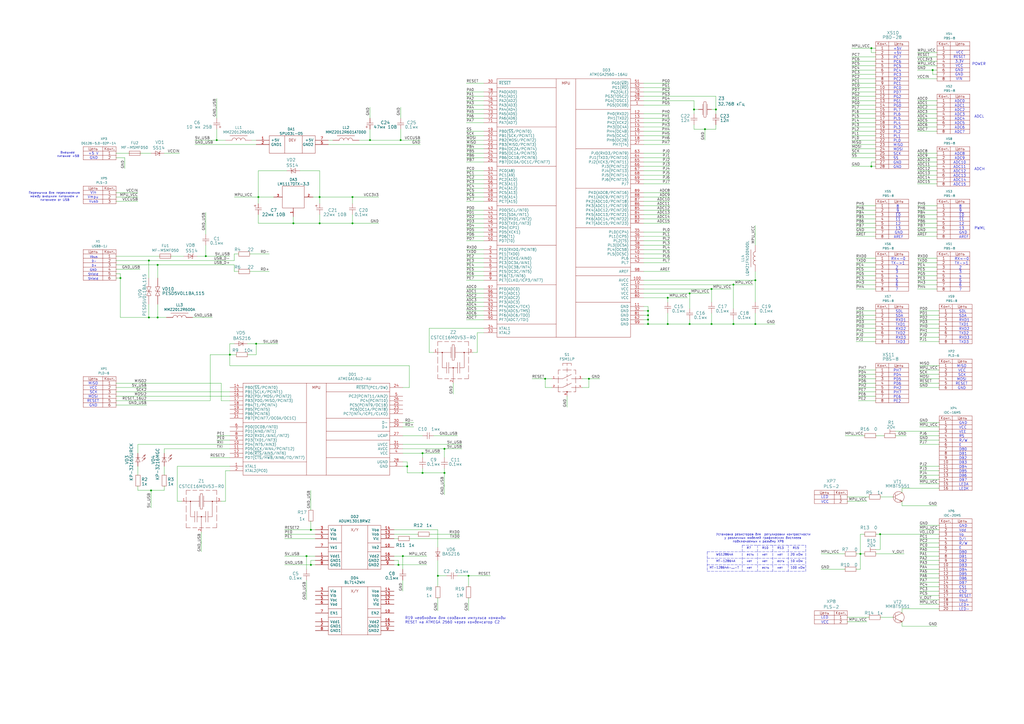
<source format=kicad_sch>
(kicad_sch (version 20211123) (generator eeschema)
  (paper "A2")
  (title_block (title "SafeDuino MEGA 2560") (date "10 mar 2016"))
  (junction (at 170.18 129.54))
  (junction (at 69.85 161.29))
  (junction (at 119.38 148.59))
  (junction (at 125.73 81.28))
  (junction (at 180.34 327.66))
  (junction (at 510.54 309.88))
  (junction (at 408.94 74.93))
  (junction (at 91.44 184.15))
  (junction (at 505.46 96.52))
  (junction (at 87.63 284.48))
  (junction (at 415.29 63.5))
  (junction (at 375.92 185.42))
  (junction (at 91.44 153.67))
  (junction (at 204.47 129.54))
  (junction (at 375.92 182.88))
  (junction (at 375.92 180.34))
  (junction (at 425.45 187.96))
  (junction (at 341.63 219.71))
  (junction (at 387.35 172.72))
  (junction (at 86.36 151.13))
  (junction (at 438.15 187.96))
  (junction (at 233.68 322.58))
  (junction (at 148.59 199.39))
  (junction (at 499.11 321.31))
  (junction (at 231.14 327.66))
  (junction (at 438.15 162.56))
  (junction (at 400.05 187.96))
  (junction (at 387.35 187.96))
  (junction (at 185.42 114.3))
  (junction (at 177.8 322.58))
  (junction (at 271.78 334.01))
  (junction (at 245.11 262.89))
  (junction (at 402.59 63.5))
  (junction (at 425.45 165.1))
  (junction (at 232.41 81.28))
  (junction (at 412.75 187.96))
  (junction (at 316.23 219.71))
  (junction (at 245.11 274.32))
  (junction (at 180.34 307.34))
  (junction (at 185.42 129.54))
  (junction (at 149.86 114.3))
  (junction (at 254 334.01))
  (junction (at 505.46 27.94))
  (junction (at 133.35 205.74))
  (junction (at 86.36 184.15))
  (junction (at 257.81 260.35))
  (junction (at 375.92 187.96))
  (junction (at 236.22 270.51))
  (junction (at 412.75 167.64))
  (junction (at 541.02 40.64))
  (junction (at 204.47 114.3))
  (junction (at 214.63 81.28))
  (junction (at 257.81 274.32))
  (junction (at 400.05 170.18))
  (wire (pts (xy 270.51 160.02) (xy 280.67 160.02)))
  (wire (pts (xy 544.83 182.88) (xy 533.4 182.88)))
  (wire (pts (xy 375.92 187.96) (xy 387.35 187.96)))
  (wire (pts (xy 204.47 114.3) (xy 204.47 118.11)))
  (wire (pts (xy 373.38 121.92) (xy 388.62 121.92)))
  (wire (pts (xy 532.13 162.56) (xy 543.56 162.56)))
  (wire (pts (xy 130.81 290.83) (xy 128.27 290.83)))
  (wire (pts (xy 497.84 214.63) (xy 508 214.63)))
  (wire (pts (xy 373.38 165.1) (xy 425.45 165.1)))
  (wire (pts (xy 248.92 204.47) (xy 251.46 204.47)))
  (wire (pts (xy 270.51 104.14) (xy 280.67 104.14)))
  (wire (pts (xy 373.38 147.32) (xy 388.62 147.32)))
  (wire (pts (xy 80.01 257.81) (xy 80.01 262.89)))
  (wire (pts (xy 270.51 58.42) (xy 280.67 58.42)))
  (wire (pts (xy 185.42 99.06) (xy 185.42 114.3)))
  (wire (pts (xy 119.38 148.59) (xy 133.35 148.59)))
  (wire (pts (xy 80.01 114.3) (xy 67.31 114.3)))
  (wire (pts (xy 532.13 154.94) (xy 543.56 154.94)))
  (wire (pts (xy 149.86 124.46) (xy 149.86 129.54)))
  (wire (pts (xy 494.03 27.94) (xy 505.46 27.94)))
  (wire (pts (xy 270.51 180.34) (xy 280.67 180.34)))
  (wire (pts (xy 494.03 66.04) (xy 508 66.04)))
  (wire (pts (xy 233.68 262.89) (xy 245.11 262.89)))
  (wire (pts (xy 270.51 162.56) (xy 280.67 162.56)))
  (wire (pts (xy 373.38 124.46) (xy 388.62 124.46)))
  (wire (pts (xy 533.4 252.73) (xy 544.83 252.73)))
  (wire (pts (xy 119.38 142.24) (xy 119.38 148.59)))
  (wire (pts (xy 508 73.66) (xy 494.03 73.66)))
  (wire (pts (xy 373.38 68.58) (xy 388.62 68.58)))
  (wire (pts (xy 280.67 48.26) (xy 270.51 48.26)))
  (wire (pts (xy 532.13 99.06) (xy 543.56 99.06)))
  (wire (pts (xy 533.4 245.11) (xy 544.83 245.11)))
  (wire (pts (xy 532.13 93.98) (xy 543.56 93.98)))
  (wire (pts (xy 69.85 161.29) (xy 69.85 184.15)))
  (wire (pts (xy 373.38 180.34) (xy 375.92 180.34)))
  (wire (pts (xy 91.44 153.67) (xy 67.31 153.67)))
  (wire (pts (xy 497.84 232.41) (xy 508 232.41)))
  (wire (pts (xy 532.13 104.14) (xy 543.56 104.14)))
  (wire (pts (xy 543.56 129.54) (xy 532.13 129.54)))
  (wire (pts (xy 149.86 129.54) (xy 170.18 129.54)))
  (wire (pts (xy 80.01 275.59) (xy 80.01 270.51)))
  (wire (pts (xy 204.47 124.46) (xy 204.47 129.54)))
  (wire (pts (xy 185.42 114.3) (xy 185.42 118.11)))
  (wire (pts (xy 400.05 187.96) (xy 412.75 187.96)))
  (wire (pts (xy 494.03 53.34) (xy 508 53.34)))
  (wire (pts (xy 270.51 137.16) (xy 280.67 137.16)))
  (wire (pts (xy 497.84 222.25) (xy 508 222.25)))
  (wire (pts (xy 276.86 193.04) (xy 276.86 204.47)))
  (wire (pts (xy 170.18 129.54) (xy 170.18 125.73)))
  (wire (pts (xy 72.39 97.79) (xy 72.39 91.44)))
  (wire (pts (xy 373.38 76.2) (xy 388.62 76.2)))
  (wire (pts (xy 228.6 327.66) (xy 231.14 327.66)))
  (wire (pts (xy 544.83 214.63) (xy 533.4 214.63)))
  (wire (pts (xy 533.4 255.27) (xy 544.83 255.27)))
  (wire (pts (xy 508 182.88) (xy 496.57 182.88)))
  (wire (pts (xy 508 83.82) (xy 494.03 83.82)))
  (wire (pts (xy 508 193.04) (xy 496.57 193.04)))
  (wire (pts (xy 69.85 184.15) (xy 86.36 184.15)))
  (wire (pts (xy 80.01 111.76) (xy 67.31 111.76)))
  (wire (pts (xy 438.15 157.48) (xy 438.15 162.56)))
  (wire (pts (xy 270.51 83.82) (xy 280.67 83.82)))
  (wire (pts (xy 270.51 185.42) (xy 280.67 185.42)))
  (wire (pts (xy 508 137.16) (xy 496.57 137.16)))
  (wire (pts (xy 494.03 43.18) (xy 508 43.18)))
  (wire (pts (xy 491.49 360.68) (xy 502.92 360.68)))
  (wire (pts (xy 248.92 190.5) (xy 248.92 204.47)))
  (wire (pts (xy 497.84 229.87) (xy 508 229.87)))
  (wire (pts (xy 533.4 330.2) (xy 544.83 330.2)))
  (wire (pts (xy 149.86 99.06) (xy 166.37 99.06)))
  (wire (pts (xy 69.85 161.29) (xy 67.31 161.29)))
  (wire (pts (xy 387.35 172.72) (xy 398.78 172.72)))
  (wire (pts (xy 130.81 81.28) (xy 125.73 81.28)))
  (wire (pts (xy 373.38 83.82) (xy 388.62 83.82)))
  (wire (pts (xy 532.13 167.64) (xy 543.56 167.64)))
  (wire (pts (xy 185.42 114.3) (xy 204.47 114.3)))
  (wire (pts (xy 543.56 137.16) (xy 532.13 137.16)))
  (wire (pts (xy 80.01 284.48) (xy 87.63 284.48)))
  (wire (pts (xy 67.31 232.41) (xy 121.92 232.41)))
  (wire (pts (xy 121.92 265.43) (xy 133.35 265.43)))
  (wire (pts (xy 208.28 81.28) (xy 214.63 81.28)))
  (wire (pts (xy 214.63 68.58) (xy 214.63 62.23)))
  (wire (pts (xy 412.75 167.64) (xy 424.18 167.64)))
  (wire (pts (xy 373.38 91.44) (xy 388.62 91.44)))
  (wire (pts (xy 508 134.62) (xy 496.57 134.62)))
  (wire (pts (xy 510.54 288.29) (xy 518.16 288.29)))
  (wire (pts (xy 508 129.54) (xy 496.57 129.54)))
  (wire (pts (xy 533.4 337.82) (xy 544.83 337.82)))
  (wire (pts (xy 214.63 81.28) (xy 214.63 74.93)))
  (wire (pts (xy 237.49 212.09) (xy 237.49 224.79)))
  (wire (pts (xy 494.03 35.56) (xy 508 35.56)))
  (wire (pts (xy 180.34 295.91) (xy 180.34 284.48)))
  (wire (pts (xy 125.73 74.93) (xy 125.73 81.28)))
  (wire (pts (xy 177.8 347.98) (xy 177.8 336.55)))
  (wire (pts (xy 245.11 274.32) (xy 257.81 274.32)))
  (wire (pts (xy 543.56 96.52) (xy 532.13 96.52)))
  (wire (pts (xy 373.38 170.18) (xy 400.05 170.18)))
  (wire (pts (xy 204.47 129.54) (xy 219.71 129.54)))
  (wire (pts (xy 276.86 204.47) (xy 274.32 204.47)))
  (wire (pts (xy 96.52 184.15) (xy 91.44 184.15)))
  (wire (pts (xy 373.38 187.96) (xy 375.92 187.96)))
  (wire (pts (xy 373.38 53.34) (xy 388.62 53.34)))
  (wire (pts (xy 543.56 60.96) (xy 532.13 60.96)))
  (wire (pts (xy 193.04 81.28) (xy 190.5 81.28)))
  (polyline (pts (xy 457.2 316.23) (xy 457.2 331.47)))
  (wire (pts (xy 270.51 139.7) (xy 280.67 139.7)))
  (wire (pts (xy 270.51 53.34) (xy 280.67 53.34)))
  (wire (pts (xy 490.22 252.73) (xy 501.65 252.73)))
  (wire (pts (xy 233.68 260.35) (xy 257.81 260.35)))
  (wire (pts (xy 204.47 114.3) (xy 219.71 114.3)))
  (wire (pts (xy 128.27 222.25) (xy 67.31 222.25)))
  (wire (pts (xy 143.51 199.39) (xy 148.59 199.39)))
  (wire (pts (xy 337.82 219.71) (xy 341.63 219.71)))
  (wire (pts (xy 270.51 93.98) (xy 280.67 93.98)))
  (wire (pts (xy 438.15 175.26) (xy 438.15 162.56)))
  (wire (pts (xy 373.38 101.6) (xy 388.62 101.6)))
  (wire (pts (xy 262.89 228.6) (xy 262.89 222.25)))
  (wire (pts (xy 373.38 134.62) (xy 388.62 134.62)))
  (wire (pts (xy 270.51 172.72) (xy 280.67 172.72)))
  (wire (pts (xy 270.51 167.64) (xy 280.67 167.64)))
  (wire (pts (xy 373.38 93.98) (xy 388.62 93.98)))
  (wire (pts (xy 533.4 247.65) (xy 544.83 247.65)))
  (wire (pts (xy 125.73 57.15) (xy 125.73 68.58)))
  (wire (pts (xy 254 334.01) (xy 254 340.36)))
  (wire (pts (xy 543.56 165.1) (xy 532.13 165.1)))
  (wire (pts (xy 170.18 129.54) (xy 185.42 129.54)))
  (wire (pts (xy 373.38 66.04) (xy 388.62 66.04)))
  (wire (pts (xy 415.29 63.5) (xy 415.29 66.04)))
  (wire (pts (xy 270.51 71.12) (xy 280.67 71.12)))
  (wire (pts (xy 544.83 353.06) (xy 523.24 353.06)))
  (wire (pts (xy 128.27 232.41) (xy 133.35 232.41)))
  (wire (pts (xy 270.51 154.94) (xy 280.67 154.94)))
  (wire (pts (xy 373.38 116.84) (xy 388.62 116.84)))
  (wire (pts (xy 133.35 255.27) (xy 125.73 255.27)))
  (wire (pts (xy 308.61 219.71) (xy 316.23 219.71)))
  (wire (pts (xy 533.4 275.59) (xy 544.83 275.59)))
  (wire (pts (xy 544.83 219.71) (xy 533.4 219.71)))
  (wire (pts (xy 270.51 66.04) (xy 280.67 66.04)))
  (wire (pts (xy 508 68.58) (xy 494.03 68.58)))
  (wire (pts (xy 494.03 58.42) (xy 508 58.42)))
  (wire (pts (xy 270.51 175.26) (xy 280.67 175.26)))
  (wire (pts (xy 233.68 267.97) (xy 236.22 267.97)))
  (wire (pts (xy 541.02 40.64) (xy 543.56 40.64)))
  (wire (pts (xy 86.36 184.15) (xy 91.44 184.15)))
  (wire (pts (xy 476.25 321.31) (xy 490.22 321.31)))
  (wire (pts (xy 494.03 38.1) (xy 508 38.1)))
  (wire (pts (xy 494.03 63.5) (xy 508 63.5)))
  (wire (pts (xy 494.03 60.96) (xy 508 60.96)))
  (wire (pts (xy 228.6 325.12) (xy 231.14 325.12)))
  (wire (pts (xy 373.38 104.14) (xy 388.62 104.14)))
  (wire (pts (xy 165.1 309.88) (xy 182.88 309.88)))
  (wire (pts (xy 523.24 290.83) (xy 523.24 293.37)))
  (wire (pts (xy 236.22 267.97) (xy 236.22 270.51)))
  (wire (pts (xy 415.29 55.88) (xy 415.29 63.5)))
  (wire (pts (xy 270.51 149.86) (xy 280.67 149.86)))
  (wire (pts (xy 533.4 345.44) (xy 544.83 345.44)))
  (wire (pts (xy 543.56 66.04) (xy 532.13 66.04)))
  (wire (pts (xy 233.68 245.11) (xy 240.03 245.11)))
  (wire (pts (xy 245.11 262.89) (xy 255.27 262.89)))
  (wire (pts (xy 544.83 222.25) (xy 533.4 222.25)))
  (wire (pts (xy 87.63 294.64) (xy 87.63 284.48)))
  (wire (pts (xy 543.56 127) (xy 532.13 127)))
  (wire (pts (xy 135.89 114.3) (xy 149.86 114.3)))
  (wire (pts (xy 508 76.2) (xy 494.03 76.2)))
  (wire (pts (xy 67.31 158.75) (xy 69.85 158.75)))
  (wire (pts (xy 497.84 217.17) (xy 508 217.17)))
  (wire (pts (xy 532.13 88.9) (xy 543.56 88.9)))
  (wire (pts (xy 496.57 195.58) (xy 508 195.58)))
  (wire (pts (xy 373.38 162.56) (xy 438.15 162.56)))
  (wire (pts (xy 316.23 224.79) (xy 320.04 224.79)))
  (wire (pts (xy 543.56 363.22) (xy 523.24 363.22)))
  (wire (pts (xy 95.25 88.9) (xy 104.14 88.9)))
  (wire (pts (xy 533.4 180.34) (xy 544.83 180.34)))
  (wire (pts (xy 236.22 270.51) (xy 236.22 274.32)))
  (wire (pts (xy 254 346.71) (xy 254 354.33)))
  (wire (pts (xy 270.51 91.44) (xy 280.67 91.44)))
  (polyline (pts (xy 448.31 316.23) (xy 448.31 331.47)))
  (wire (pts (xy 185.42 129.54) (xy 185.42 124.46)))
  (wire (pts (xy 496.57 185.42) (xy 508 185.42)))
  (wire (pts (xy 544.83 217.17) (xy 533.4 217.17)))
  (wire (pts (xy 373.38 137.16) (xy 388.62 137.16)))
  (wire (pts (xy 270.51 127) (xy 280.67 127)))
  (wire (pts (xy 373.38 119.38) (xy 388.62 119.38)))
  (wire (pts (xy 143.51 205.74) (xy 148.59 205.74)))
  (wire (pts (xy 116.84 320.04) (xy 116.84 308.61)))
  (polyline (pts (xy 410.21 327.66) (xy 467.36 327.66)))
  (wire (pts (xy 532.13 76.2) (xy 543.56 76.2)))
  (wire (pts (xy 271.78 340.36) (xy 271.78 334.01)))
  (wire (pts (xy 519.43 250.19) (xy 544.83 250.19)))
  (wire (pts (xy 387.35 175.26) (xy 387.35 172.72)))
  (wire (pts (xy 270.51 124.46) (xy 280.67 124.46)))
  (wire (pts (xy 543.56 160.02) (xy 532.13 160.02)))
  (wire (pts (xy 533.4 190.5) (xy 544.83 190.5)))
  (wire (pts (xy 135.89 147.32) (xy 135.89 151.13)))
  (wire (pts (xy 544.83 187.96) (xy 533.4 187.96)))
  (wire (pts (xy 373.38 58.42) (xy 402.59 58.42)))
  (wire (pts (xy 494.03 96.52) (xy 505.46 96.52)))
  (wire (pts (xy 149.86 99.06) (xy 149.86 114.3)))
  (wire (pts (xy 532.13 40.64) (xy 541.02 40.64)))
  (wire (pts (xy 496.57 154.94) (xy 508 154.94)))
  (wire (pts (xy 180.34 307.34) (xy 182.88 307.34)))
  (wire (pts (xy 400.05 179.07) (xy 400.05 170.18)))
  (wire (pts (xy 228.6 322.58) (xy 233.68 322.58)))
  (polyline (pts (xy 430.53 316.23) (xy 430.53 331.47)))
  (wire (pts (xy 137.16 205.74) (xy 133.35 205.74)))
  (polyline (pts (xy 430.53 316.23) (xy 467.36 316.23)))
  (wire (pts (xy 341.63 224.79) (xy 341.63 219.71)))
  (wire (pts (xy 99.06 148.59) (xy 106.68 148.59)))
  (wire (pts (xy 119.38 135.89) (xy 119.38 123.19)))
  (wire (pts (xy 135.89 157.48) (xy 135.89 153.67)))
  (wire (pts (xy 270.51 152.4) (xy 280.67 152.4)))
  (wire (pts (xy 508 30.48) (xy 505.46 30.48)))
  (wire (pts (xy 185.42 129.54) (xy 204.47 129.54)))
  (wire (pts (xy 266.7 309.88) (xy 248.92 309.88)))
  (wire (pts (xy 544.83 212.09) (xy 533.4 212.09)))
  (wire (pts (xy 373.38 73.66) (xy 388.62 73.66)))
  (wire (pts (xy 508 124.46) (xy 496.57 124.46)))
  (wire (pts (xy 156.21 157.48) (xy 144.78 157.48)))
  (wire (pts (xy 270.51 121.92) (xy 280.67 121.92)))
  (wire (pts (xy 496.57 162.56) (xy 508 162.56)))
  (wire (pts (xy 233.68 247.65) (xy 240.03 247.65)))
  (wire (pts (xy 496.57 321.31) (xy 499.11 321.31)))
  (wire (pts (xy 510.54 318.77) (xy 510.54 309.88)))
  (wire (pts (xy 133.35 270.51) (xy 102.87 270.51)))
  (wire (pts (xy 508 86.36) (xy 494.03 86.36)))
  (wire (pts (xy 133.35 199.39) (xy 135.89 199.39)))
  (wire (pts (xy 425.45 187.96) (xy 425.45 185.42)))
  (wire (pts (xy 95.25 262.89) (xy 95.25 260.35)))
  (wire (pts (xy 510.54 358.14) (xy 518.16 358.14)))
  (wire (pts (xy 113.03 81.28) (xy 125.73 81.28)))
  (wire (pts (xy 135.89 153.67) (xy 91.44 153.67)))
  (wire (pts (xy 373.38 139.7) (xy 388.62 139.7)))
  (wire (pts (xy 270.51 106.68) (xy 280.67 106.68)))
  (wire (pts (xy 532.13 63.5) (xy 543.56 63.5)))
  (wire (pts (xy 373.38 48.26) (xy 388.62 48.26)))
  (wire (pts (xy 508 93.98) (xy 505.46 93.98)))
  (wire (pts (xy 532.13 35.56) (xy 543.56 35.56)))
  (wire (pts (xy 373.38 127) (xy 388.62 127)))
  (wire (pts (xy 505.46 93.98) (xy 505.46 96.52)))
  (wire (pts (xy 533.4 307.34) (xy 544.83 307.34)))
  (wire (pts (xy 523.24 363.22) (xy 523.24 360.68)))
  (wire (pts (xy 95.25 260.35) (xy 133.35 260.35)))
  (wire (pts (xy 400.05 187.96) (xy 400.05 185.42)))
  (wire (pts (xy 532.13 106.68) (xy 543.56 106.68)))
  (wire (pts (xy 412.75 187.96) (xy 412.75 181.61)))
  (wire (pts (xy 532.13 73.66) (xy 543.56 73.66)))
  (wire (pts (xy 532.13 33.02) (xy 543.56 33.02)))
  (wire (pts (xy 491.49 358.14) (xy 504.19 358.14)))
  (wire (pts (xy 508 27.94) (xy 505.46 27.94)))
  (wire (pts (xy 146.05 81.28) (xy 148.59 81.28)))
  (wire (pts (xy 408.94 81.28) (xy 408.94 74.93)))
  (wire (pts (xy 373.38 177.8) (xy 375.92 177.8)))
  (wire (pts (xy 270.51 76.2) (xy 280.67 76.2)))
  (wire (pts (xy 373.38 129.54) (xy 388.62 129.54)))
  (wire (pts (xy 533.4 332.74) (xy 544.83 332.74)))
  (wire (pts (xy 128.27 222.25) (xy 128.27 232.41)))
  (wire (pts (xy 237.49 224.79) (xy 233.68 224.79)))
  (wire (pts (xy 533.4 335.28) (xy 544.83 335.28)))
  (wire (pts (xy 135.89 151.13) (xy 86.36 151.13)))
  (wire (pts (xy 72.39 91.44) (xy 67.31 91.44)))
  (wire (pts (xy 121.92 205.74) (xy 133.35 205.74)))
  (wire (pts (xy 494.03 55.88) (xy 508 55.88)))
  (wire (pts (xy 254 325.12) (xy 254 334.01)))
  (wire (pts (xy 513.08 252.73) (xy 508 252.73)))
  (wire (pts (xy 270.51 134.62) (xy 280.67 134.62)))
  (wire (pts (xy 400.05 170.18) (xy 411.48 170.18)))
  (wire (pts (xy 270.51 182.88) (xy 280.67 182.88)))
  (wire (pts (xy 245.11 271.78) (xy 245.11 274.32)))
  (wire (pts (xy 149.86 114.3) (xy 158.75 114.3)))
  (wire (pts (xy 508 198.12) (xy 496.57 198.12)))
  (wire (pts (xy 233.68 342.9) (xy 233.68 336.55)))
  (wire (pts (xy 144.78 147.32) (xy 156.21 147.32)))
  (wire (pts (xy 123.19 184.15) (xy 111.76 184.15)))
  (wire (pts (xy 508 71.12) (xy 494.03 71.12)))
  (wire (pts (xy 544.83 198.12) (xy 533.4 198.12)))
  (wire (pts (xy 185.42 99.06) (xy 173.99 99.06)))
  (wire (pts (xy 257.81 265.43) (xy 257.81 260.35)))
  (wire (pts (xy 533.4 340.36) (xy 544.83 340.36)))
  (wire (pts (xy 494.03 33.02) (xy 508 33.02)))
  (wire (pts (xy 133.35 252.73) (xy 125.73 252.73)))
  (wire (pts (xy 523.24 353.06) (xy 523.24 355.6)))
  (wire (pts (xy 543.56 152.4) (xy 532.13 152.4)))
  (wire (pts (xy 533.4 350.52) (xy 544.83 350.52)))
  (wire (pts (xy 532.13 58.42) (xy 543.56 58.42)))
  (wire (pts (xy 181.61 114.3) (xy 185.42 114.3)))
  (wire (pts (xy 499.11 330.2) (xy 496.57 330.2)))
  (wire (pts (xy 245.11 265.43) (xy 245.11 262.89)))
  (wire (pts (xy 233.68 257.81) (xy 267.97 257.81)))
  (wire (pts (xy 438.15 142.24) (xy 438.15 130.81)))
  (wire (pts (xy 95.25 270.51) (xy 95.25 275.59)))
  (wire (pts (xy 532.13 68.58) (xy 543.56 68.58)))
  (wire (pts (xy 533.4 224.79) (xy 544.83 224.79)))
  (wire (pts (xy 402.59 74.93) (xy 402.59 72.39)))
  (wire (pts (xy 67.31 224.79) (xy 85.09 224.79)))
  (wire (pts (xy 508 318.77) (xy 510.54 318.77)))
  (wire (pts (xy 508 119.38) (xy 496.57 119.38)))
  (wire (pts (xy 270.51 99.06) (xy 280.67 99.06)))
  (wire (pts (xy 270.51 86.36) (xy 280.67 86.36)))
  (wire (pts (xy 270.51 109.22) (xy 280.67 109.22)))
  (wire (pts (xy 412.75 63.5) (xy 415.29 63.5)))
  (wire (pts (xy 497.84 224.79) (xy 508 224.79)))
  (wire (pts (xy 341.63 219.71) (xy 347.98 219.71)))
  (wire (pts (xy 373.38 50.8) (xy 388.62 50.8)))
  (wire (pts (xy 133.35 199.39) (xy 133.35 205.74)))
  (wire (pts (xy 543.56 121.92) (xy 532.13 121.92)))
  (wire (pts (xy 402.59 58.42) (xy 402.59 63.5)))
  (wire (pts (xy 496.57 190.5) (xy 508 190.5)))
  (wire (pts (xy 402.59 74.93) (xy 408.94 74.93)))
  (wire (pts (xy 316.23 219.71) (xy 316.23 224.79)))
  (wire (pts (xy 270.51 60.96) (xy 280.67 60.96)))
  (wire (pts (xy 373.38 114.3) (xy 388.62 114.3)))
  (wire (pts (xy 81.28 88.9) (xy 87.63 88.9)))
  (wire (pts (xy 373.38 144.78) (xy 388.62 144.78)))
  (wire (pts (xy 373.38 78.74) (xy 388.62 78.74)))
  (wire (pts (xy 496.57 149.86) (xy 508 149.86)))
  (wire (pts (xy 190.5 83.82) (xy 243.84 83.82)))
  (wire (pts (xy 87.63 284.48) (xy 95.25 284.48)))
  (wire (pts (xy 533.4 317.5) (xy 544.83 317.5)))
  (wire (pts (xy 328.93 229.87) (xy 328.93 236.22)))
  (wire (pts (xy 508 121.92) (xy 496.57 121.92)))
  (wire (pts (xy 69.85 158.75) (xy 69.85 161.29)))
  (wire (pts (xy 541.02 43.18) (xy 543.56 43.18)))
  (wire (pts (xy 543.56 45.72) (xy 532.13 45.72)))
  (wire (pts (xy 425.45 165.1) (xy 436.88 165.1)))
  (wire (pts (xy 533.4 185.42) (xy 544.83 185.42)))
  (wire (pts (xy 508 187.96) (xy 496.57 187.96)))
  (wire (pts (xy 133.35 212.09) (xy 237.49 212.09)))
  (wire (pts (xy 533.4 273.05) (xy 544.83 273.05)))
  (wire (pts (xy 519.43 252.73) (xy 525.78 252.73)))
  (wire (pts (xy 494.03 48.26) (xy 508 48.26)))
  (wire (pts (xy 232.41 68.58) (xy 232.41 62.23)))
  (wire (pts (xy 138.43 147.32) (xy 135.89 147.32)))
  (wire (pts (xy 533.4 314.96) (xy 544.83 314.96)))
  (wire (pts (xy 133.35 205.74) (xy 133.35 212.09)))
  (wire (pts (xy 508 127) (xy 496.57 127)))
  (wire (pts (xy 499.11 309.88) (xy 499.11 321.31)))
  (wire (pts (xy 165.1 322.58) (xy 177.8 322.58)))
  (wire (pts (xy 373.38 167.64) (xy 412.75 167.64)))
  (wire (pts (xy 387.35 187.96) (xy 400.05 187.96)))
  (wire (pts (xy 214.63 81.28) (xy 232.41 81.28)))
  (wire (pts (xy 270.51 157.48) (xy 280.67 157.48)))
  (wire (pts (xy 375.92 185.42) (xy 375.92 187.96)))
  (wire (pts (xy 270.51 78.74) (xy 280.67 78.74)))
  (wire (pts (xy 533.4 320.04) (xy 544.83 320.04)))
  (wire (pts (xy 375.92 182.88) (xy 373.38 182.88)))
  (wire (pts (xy 438.15 181.61) (xy 438.15 187.96)))
  (wire (pts (xy 67.31 88.9) (xy 74.93 88.9)))
  (wire (pts (xy 543.56 119.38) (xy 532.13 119.38)))
  (polyline (pts (xy 410.21 323.85) (xy 467.36 323.85)))
  (wire (pts (xy 228.6 312.42) (xy 231.14 312.42)))
  (wire (pts (xy 102.87 270.51) (xy 102.87 290.83)))
  (wire (pts (xy 373.38 60.96) (xy 388.62 60.96)))
  (wire (pts (xy 497.84 227.33) (xy 508 227.33)))
  (wire (pts (xy 499.11 321.31) (xy 501.65 321.31)))
  (wire (pts (xy 510.54 309.88) (xy 544.83 309.88)))
  (wire (pts (xy 254 307.34) (xy 254 317.5)))
  (wire (pts (xy 533.4 257.81) (xy 544.83 257.81)))
  (wire (pts (xy 494.03 45.72) (xy 508 45.72)))
  (wire (pts (xy 373.38 96.52) (xy 388.62 96.52)))
  (wire (pts (xy 233.68 322.58) (xy 247.65 322.58)))
  (wire (pts (xy 373.38 88.9) (xy 388.62 88.9)))
  (wire (pts (xy 532.13 101.6) (xy 543.56 101.6)))
  (wire (pts (xy 491.49 290.83) (xy 502.92 290.83)))
  (wire (pts (xy 270.51 68.58) (xy 280.67 68.58)))
  (wire (pts (xy 532.13 149.86) (xy 543.56 149.86)))
  (wire (pts (xy 412.75 187.96) (xy 425.45 187.96)))
  (wire (pts (xy 67.31 156.21) (xy 81.28 156.21)))
  (wire (pts (xy 67.31 148.59) (xy 92.71 148.59)))
  (wire (pts (xy 228.6 309.88) (xy 242.57 309.88)))
  (wire (pts (xy 280.67 193.04) (xy 276.86 193.04)))
  (wire (pts (xy 496.57 167.64) (xy 508 167.64)))
  (wire (pts (xy 405.13 63.5) (xy 402.59 63.5)))
  (wire (pts (xy 543.56 134.62) (xy 532.13 134.62)))
  (wire (pts (xy 265.43 334.01) (xy 271.78 334.01)))
  (wire (pts (xy 80.01 116.84) (xy 67.31 116.84)))
  (wire (pts (xy 375.92 185.42) (xy 373.38 185.42)))
  (wire (pts (xy 251.46 252.73) (xy 265.43 252.73)))
  (wire (pts (xy 373.38 111.76) (xy 388.62 111.76)))
  (wire (pts (xy 80.01 281.94) (xy 80.01 284.48)))
  (wire (pts (xy 375.92 177.8) (xy 375.92 180.34)))
  (wire (pts (xy 280.67 190.5) (xy 248.92 190.5)))
  (wire (pts (xy 491.49 288.29) (xy 504.19 288.29)))
  (wire (pts (xy 237.49 312.42) (xy 266.7 312.42)))
  (wire (pts (xy 533.4 195.58) (xy 544.83 195.58)))
  (wire (pts (xy 231.14 327.66) (xy 247.65 327.66)))
  (wire (pts (xy 373.38 157.48) (xy 388.62 157.48)))
  (wire (pts (xy 233.68 330.2) (xy 233.68 322.58)))
  (wire (pts (xy 180.34 325.12) (xy 180.34 327.66)))
  (wire (pts (xy 270.51 114.3) (xy 280.67 114.3)))
  (polyline (pts (xy 439.42 316.23) (xy 439.42 331.47)))
  (wire (pts (xy 508 309.88) (xy 510.54 309.88)))
  (wire (pts (xy 102.87 290.83) (xy 105.41 290.83)))
  (wire (pts (xy 533.4 270.51) (xy 544.83 270.51)))
  (wire (pts (xy 402.59 63.5) (xy 402.59 66.04)))
  (wire (pts (xy 270.51 132.08) (xy 280.67 132.08)))
  (wire (pts (xy 501.65 309.88) (xy 499.11 309.88)))
  (wire (pts (xy 236.22 274.32) (xy 245.11 274.32)))
  (wire (pts (xy 543.56 157.48) (xy 532.13 157.48)))
  (wire (pts (xy 499.11 321.31) (xy 499.11 330.2)))
  (wire (pts (xy 86.36 176.53) (xy 86.36 184.15)))
  (wire (pts (xy 496.57 180.34) (xy 508 180.34)))
  (wire (pts (xy 271.78 334.01) (xy 284.48 334.01)))
  (polyline (pts (xy 410.21 331.47) (xy 467.36 331.47)))
  (wire (pts (xy 177.8 322.58) (xy 182.88 322.58)))
  (wire (pts (xy 271.78 346.71) (xy 271.78 354.33)))
  (wire (pts (xy 182.88 325.12) (xy 180.34 325.12)))
  (wire (pts (xy 270.51 55.88) (xy 280.67 55.88)))
  (wire (pts (xy 412.75 175.26) (xy 412.75 167.64)))
  (wire (pts (xy 533.4 304.8) (xy 544.83 304.8)))
  (wire (pts (xy 508 81.28) (xy 494.03 81.28)))
  (wire (pts (xy 270.51 116.84) (xy 280.67 116.84)))
  (wire (pts (xy 149.86 114.3) (xy 149.86 118.11)))
  (wire (pts (xy 541.02 40.64) (xy 541.02 43.18)))
  (wire (pts (xy 408.94 74.93) (xy 415.29 74.93)))
  (wire (pts (xy 165.1 327.66) (xy 180.34 327.66)))
  (wire (pts (xy 508 132.08) (xy 496.57 132.08)))
  (wire (pts (xy 544.83 193.04) (xy 533.4 193.04)))
  (wire (pts (xy 508 88.9) (xy 494.03 88.9)))
  (wire (pts (xy 113.03 83.82) (xy 148.59 83.82)))
  (wire (pts (xy 270.51 144.78) (xy 280.67 144.78)))
  (wire (pts (xy 508 157.48) (xy 496.57 157.48)))
  (wire (pts (xy 543.56 124.46) (xy 532.13 124.46)))
  (wire (pts (xy 257.81 260.35) (xy 267.97 260.35)))
  (wire (pts (xy 67.31 229.87) (xy 133.35 229.87)))
  (wire (pts (xy 494.03 50.8) (xy 508 50.8)))
  (wire (pts (xy 148.59 205.74) (xy 148.59 199.39)))
  (wire (pts (xy 165.1 307.34) (xy 180.34 307.34)))
  (wire (pts (xy 259.08 334.01) (xy 254 334.01)))
  (wire (pts (xy 373.38 152.4) (xy 388.62 152.4)))
  (wire (pts (xy 505.46 30.48) (xy 505.46 27.94)))
  (wire (pts (xy 508 78.74) (xy 494.03 78.74)))
  (wire (pts (xy 533.4 322.58) (xy 544.83 322.58)))
  (wire (pts (xy 476.25 330.2) (xy 490.22 330.2)))
  (wire (pts (xy 316.23 219.71) (xy 320.04 219.71)))
  (wire (pts (xy 373.38 142.24) (xy 388.62 142.24)))
  (wire (pts (xy 133.35 257.81) (xy 80.01 257.81)))
  (wire (pts (xy 494.03 40.64) (xy 508 40.64)))
  (wire (pts (xy 130.81 273.05) (xy 130.81 290.83)))
  (polyline (pts (xy 410.21 320.04) (xy 467.36 320.04)))
  (wire (pts (xy 373.38 71.12) (xy 388.62 71.12)))
  (wire (pts (xy 270.51 111.76) (xy 280.67 111.76)))
  (wire (pts (xy 497.84 219.71) (xy 508 219.71)))
  (wire (pts (xy 86.36 161.29) (xy 86.36 151.13)))
  (wire (pts (xy 508 152.4) (xy 496.57 152.4)))
  (wire (pts (xy 533.4 325.12) (xy 544.83 325.12)))
  (wire (pts (xy 233.68 270.51) (xy 236.22 270.51)))
  (wire (pts (xy 373.38 55.88) (xy 415.29 55.88)))
  (wire (pts (xy 91.44 161.29) (xy 91.44 153.67)))
  (wire (pts (xy 373.38 149.86) (xy 388.62 149.86)))
  (wire (pts (xy 114.3 148.59) (xy 119.38 148.59)))
  (wire (pts (xy 533.4 278.13) (xy 544.83 278.13)))
  (wire (pts (xy 270.51 81.28) (xy 280.67 81.28)))
  (polyline (pts (xy 410.21 320.04) (xy 410.21 331.47)))
  (wire (pts (xy 85.09 234.95) (xy 67.31 234.95)))
  (wire (pts (xy 523.24 285.75) (xy 523.24 283.21)))
  (wire (pts (xy 232.41 74.93) (xy 232.41 81.28)))
  (wire (pts (xy 138.43 157.48) (xy 135.89 157.48)))
  (wire (pts (xy 505.46 96.52) (xy 508 96.52)))
  (wire (pts (xy 375.92 182.88) (xy 375.92 185.42)))
  (wire (pts (xy 373.38 81.28) (xy 388.62 81.28)))
  (wire (pts (xy 425.45 187.96) (xy 438.15 187.96)))
  (wire (pts (xy 228.6 307.34) (xy 254 307.34)))
  (wire (pts (xy 270.51 63.5) (xy 280.67 63.5)))
  (wire (pts (xy 508 321.31) (xy 524.51 321.31)))
  (wire (pts (xy 533.4 280.67) (xy 544.83 280.67)))
  (wire (pts (xy 543.56 132.08) (xy 532.13 132.08)))
  (wire (pts (xy 532.13 38.1) (xy 543.56 38.1)))
  (wire (pts (xy 270.51 170.18) (xy 280.67 170.18)))
  (wire (pts (xy 270.51 129.54) (xy 280.67 129.54)))
  (wire (pts (xy 148.59 199.39) (xy 161.29 199.39)))
  (wire (pts (xy 257.81 274.32) (xy 257.81 287.02)))
  (wire (pts (xy 523.24 293.37) (xy 543.56 293.37)))
  (wire (pts (xy 373.38 99.06) (xy 388.62 99.06)))
  (wire (pts (xy 532.13 71.12) (xy 543.56 71.12)))
  (wire (pts (xy 270.51 177.8) (xy 280.67 177.8)))
  (wire (pts (xy 523.24 283.21) (xy 544.83 283.21)))
  (wire (pts (xy 280.67 147.32) (xy 270.51 147.32)))
  (wire (pts (xy 231.14 325.12) (xy 231.14 327.66)))
  (wire (pts (xy 415.29 74.93) (xy 415.29 72.39)))
  (wire (pts (xy 233.68 252.73) (xy 245.11 252.73)))
  (wire (pts (xy 232.41 81.28) (xy 243.84 81.28)))
  (wire (pts (xy 533.4 312.42) (xy 544.83 312.42)))
  (wire (pts (xy 165.1 312.42) (xy 182.88 312.42)))
  (wire (pts (xy 180.34 307.34) (xy 180.34 302.26)))
  (wire (pts (xy 425.45 179.07) (xy 425.45 165.1)))
  (wire (pts (xy 121.92 205.74) (xy 121.92 232.41)))
  (wire (pts (xy 387.35 187.96) (xy 387.35 181.61)))
  (wire (pts (xy 373.38 106.68) (xy 388.62 106.68)))
  (wire (pts (xy 532.13 30.48) (xy 543.56 30.48)))
  (wire (pts (xy 67.31 151.13) (xy 86.36 151.13)))
  (wire (pts (xy 91.44 184.15) (xy 91.44 176.53)))
  (wire (pts (xy 438.15 187.96) (xy 449.58 187.96)))
  (wire (pts (xy 508 160.02) (xy 496.57 160.02)))
  (wire (pts (xy 508 165.1) (xy 496.57 165.1)))
  (wire (pts (xy 508 91.44) (xy 494.03 91.44)))
  (wire (pts (xy 180.34 327.66) (xy 182.88 327.66)))
  (wire (pts (xy 257.81 271.78) (xy 257.81 274.32)))
  (polyline (pts (xy 467.36 316.23) (xy 467.36 331.47)))
  (wire (pts (xy 533.4 342.9) (xy 544.83 342.9)))
  (wire (pts (xy 270.51 88.9) (xy 280.67 88.9)))
  (wire (pts (xy 373.38 172.72) (xy 387.35 172.72)))
  (wire (pts (xy 133.35 273.05) (xy 130.81 273.05)))
  (wire (pts (xy 375.92 180.34) (xy 375.92 182.88)))
  (wire (pts (xy 67.31 227.33) (xy 133.35 227.33)))
  (wire (pts (xy 543.56 91.44) (xy 532.13 91.44)))
  (wire (pts (xy 270.51 101.6) (xy 280.67 101.6)))
  (wire (pts (xy 533.4 347.98) (xy 544.83 347.98)))
  (wire (pts (xy 95.25 284.48) (xy 95.25 281.94)))
  (wire (pts (xy 533.4 327.66) (xy 544.83 327.66)))
  (wire (pts (xy 337.82 224.79) (xy 341.63 224.79)))
  (wire (pts (xy 177.8 330.2) (xy 177.8 322.58)))
  (text "TXD3" (at 519.43 199.39 0) (effects (font (size 1.524 1.524)) (justify left bottom)))
  (text "DB4" (at 556.26 271.78 0) (effects (font (size 1.524 1.524)) (justify left bottom)))
  (text "PG1" (at 518.16 59.69 0) (effects (font (size 1.524 1.524)) (justify left bottom)))
  (text "PC7" (at 518.16 34.29 0) (effects (font (size 1.524 1.524)) (justify left bottom)))
  (text "RESET" (at 552.958 34.036 0) (effects (font (size 1.524 1.524)) (justify left bottom)))
  (text "MOSI" (at 554.99 220.98 0) (effects (font (size 1.524 1.524)) (justify left bottom)))
  (text "TXD1" (at 556.26 189.23 0) (effects (font (size 1.524 1.524)) (justify left bottom)))
  (text "Shield" (at 51.054 162.56 0) (effects (font (size 1.27 1.27)) (justify left bottom)))
  (text "POWER" (at 563.88 38.1 0) (effects (font (size 1.524 1.524)) (justify left bottom)))
  (text "RESET" (at 50.419 233.553 0) (effects (font (size 1.524 1.524)) (justify left bottom)))
  (text "GND" (at 556.26 135.89 0) (effects (font (size 1.524 1.524)) (justify left bottom)))
  (text "7" (at 556.26 168.91 0) (effects (font (size 1.524 1.524)) (justify left bottom)))
  (text "есть" (at 450.85 326.39 0) (effects (font (size 1.27 1.27)) (justify left bottom)))
  (text "VCC" (at 555.752 215.9 0) (effects (font (size 1.524 1.524)) (justify left bottom)))
  (text "~{10}" (at 519.43 125.73 0) (effects (font (size 1.524 1.524)) (justify left bottom)))
  (text "ADC10" (at 552.958 95.25 0) (effects (font (size 1.524 1.524)) (justify left bottom)))
  (text "PC5" (at 518.16 39.37 0) (effects (font (size 1.524 1.524)) (justify left bottom)))
  (text "ADC11" (at 552.958 97.79 0) (effects (font (size 1.524 1.524)) (justify left bottom)))
  (text "RXD3" (at 519.43 196.85 0) (effects (font (size 1.524 1.524)) (justify left bottom)))
  (text "+5 V" (at 51.181 90.043 0) (effects (font (size 1.524 1.524)) (justify left bottom)))
  (text "ADC2" (at 553.72 64.77 0) (effects (font (size 1.524 1.524)) (justify left bottom)))
  (text "GND" (at 555.498 226.06 0) (effects (font (size 1.524 1.524)) (justify left bottom)))
  (text "PH2" (at 518.16 226.06 0) (effects (font (size 1.524 1.524)) (justify left bottom)))
  (text "12" (at 556.26 130.81 0) (effects (font (size 1.524 1.524)) (justify left bottom)))
  (text "Shield" (at 51.054 160.02 0) (effects (font (size 1.27 1.27)) (justify left bottom)))
  (text "PD7" (at 518.16 54.61 0) (effects (font (size 1.524 1.524)) (justify left bottom)))
  (text "DB2" (at 556.26 326.39 0) (effects (font (size 1.524 1.524)) (justify left bottom)))
  (text "VCC" (at 51.943 225.933 0) (effects (font (size 1.524 1.524)) (justify left bottom)))
  (text "ADC1" (at 553.72 62.23 0) (effects (font (size 1.524 1.524)) (justify left bottom)))
  (text "PG2" (at 518.16 57.15 0) (effects (font (size 1.524 1.524)) (justify left bottom)))
  (text "  Внешнее\nпитание +5В" (at 33.02 91.44 0) (effects (font (size 1.27 1.27)) (justify left bottom)))
  (text "SS" (at 518.16 92.71 0) (effects (font (size 1.524 1.524)) (justify left bottom)))
  (text "8" (at 519.938 120.65 0) (effects (font (size 1.524 1.524)) (justify left bottom)))
  (text "D/I" (at 556.26 313.69 0) (effects (font (size 1.524 1.524)) (justify left bottom)))
  (text "2" (at 556.26 156.21 0) (effects (font (size 1.524 1.524)) (justify left bottom)))
  (text "VCC" (at 554.482 31.496 0) (effects (font (size 1.524 1.524)) (justify left bottom)))
  (text "ADC15" (at 552.958 107.95 0) (effects (font (size 1.524 1.524)) (justify left bottom)))
  (text "MOSI" (at 518.16 87.63 0) (effects (font (size 1.524 1.524)) (justify left bottom)))
  (text "PH7" (at 518.16 228.6 0) (effects (font (size 1.524 1.524)) (justify left bottom)))
  (text "DB1" (at 556.26 323.85 0) (effects (font (size 1.524 1.524)) (justify left bottom)))
  (text "RXD2" (at 556.26 191.77 0) (effects (font (size 1.524 1.524)) (justify left bottom)))
  (text "CS1" (at 556.26 341.63 0) (effects (font (size 1.524 1.524)) (justify left bottom)))
  (text "VCC" (at 476.25 292.1 0) (effects (font (size 1.524 1.524)) (justify left bottom)))
  (text "LEDA" (at 556.26 281.94 0) (effects (font (size 1.524 1.524)) (justify left bottom)))
  (text "TXD3" (at 556.26 199.39 0) (effects (font (size 1.524 1.524)) (justify left bottom)))
  (text "PL4" (at 518.16 72.39 0) (effects (font (size 1.524 1.524)) (justify left bottom)))
  (text "ADC5" (at 553.72 72.39 0) (effects (font (size 1.524 1.524)) (justify left bottom)))
  (text "ADC8" (at 553.72 90.17 0) (effects (font (size 1.524 1.524)) (justify left bottom)))
  (text "GND" (at 553.974 44.196 0) (effects (font (size 1.524 1.524)) (justify left bottom)))
  (text "PWML" (at 565.15 133.35 0) (effects (font (size 1.524 1.524)) (justify left bottom)))
  (text "CS2" (at 556.26 344.17 0) (effects (font (size 1.524 1.524)) (justify left bottom)))
  (text "~{6}" (at 556.26 166.37 0) (effects (font (size 1.524 1.524)) (justify left bottom)))
  (text "Vout" (at 556.26 349.25 0) (effects (font (size 1.524 1.524)) (justify left bottom)))
  (text "SCK" (at 555.752 218.44 0) (effects (font (size 1.524 1.524)) (justify left bottom)))
  (text "~{3}" (at 519.43 158.75 0) (effects (font (size 1.524 1.524)) (justify left bottom)))
  (text "10 кОм" (at 458.47 326.39 0) (effects (font (size 1.27 1.27)) (justify left bottom)))
  (text "8" (at 556.26 120.65 0) (effects (font (size 1.524 1.524)) (justify left bottom)))
  (text "VCC" (at 476.25 361.95 0) (effects (font (size 1.524 1.524)) (justify left bottom)))
  (text "RXD1" (at 519.43 186.69 0) (effects (font (size 1.524 1.524)) (justify left bottom)))
  (text "~{10}" (at 556.26 125.73 0) (effects (font (size 1.524 1.524)) (justify left bottom)))
  (text "Vusb" (at 51.562 117.856 0) (effects (font (size 1.524 1.524)) (justify left bottom)))
  (text "PD5" (at 518.16 220.98 0) (effects (font (size 1.524 1.524)) (justify left bottom)))
  (text "+5V" (at 518.16 31.75 0) (effects (font (size 1.524 1.524)) (justify left bottom)))
  (text "LED" (at 476.25 289.306 0) (effects (font (size 1.524 1.524)) (justify left bottom)))
  (text "ADCL" (at 565.15 68.58 0) (effects (font (size 1.524 1.524)) (justify left bottom)))
  (text "нет" (at 433.07 326.39 0) (effects (font (size 1.27 1.27)) (justify left bottom)))
  (text "PC6" (at 518.16 36.83 0) (effects (font (size 1.524 1.524)) (justify left bottom)))
  (text "PC1" (at 518.16 49.53 0) (effects (font (size 1.524 1.524)) (justify left bottom)))
  (text "AREF" (at 556.26 138.43 0) (effects (font (size 1.524 1.524)) (justify left bottom)))
  (text "SCK" (at 51.943 228.473 0) (effects (font (size 1.524 1.524)) (justify left bottom)))
  (text "R/W" (at 556.26 256.54 0) (effects (font (size 1.524 1.524)) (justify left bottom)))
  (text "TXD1" (at 519.43 189.23 0) (effects (font (size 1.524 1.524)) (justify left bottom)))
  (text "GND" (at 51.689 236.093 0) (effects (font (size 1.524 1.524)) (justify left bottom)))
  (text "~{3}" (at 556.26 158.75 0) (effects (font (size 1.524 1.524)) (justify left bottom)))
  (text "GND" (at 518.922 135.89 0) (effects (font (size 1.524 1.524)) (justify left bottom)))
  (text "+5V" (at 518.16 29.21 0) (effects (font (size 1.524 1.524)) (justify left bottom)))
  (text "GND" (at 51.943 92.583 0) (effects (font (size 1.524 1.524)) (justify left bottom)))
  (text "RX<-0" (at 516.89 151.13 0) (effects (font (size 1.524 1.524)) (justify left bottom)))
  (text "PL3" (at 518.16 74.93 0) (effects (font (size 1.524 1.524)) (justify left bottom)))
  (text "DB0" (at 556.26 261.62 0) (effects (font (size 1.524 1.524)) (justify left bottom)))
  (text "нет" (at 441.96 322.58 0) (effects (font (size 1.27 1.27)) (justify left bottom)))
  (text "DB6" (at 556.26 276.86 0) (effects (font (size 1.524 1.524)) (justify left bottom)))
  (text "D-" (at 53.086 152.4 0) (effects (font (size 1.27 1.27)) (justify left bottom)))
  (text "DB5" (at 556.26 334.01 0) (effects (font (size 1.524 1.524)) (justify left bottom)))
  (text "TX->1" (at 553.72 153.67 0) (effects (font (size 1.524 1.524)) (justify left bottom)))
  (text "~{11}" (at 519.43 128.27 0) (effects (font (size 1.524 1.524)) (justify left bottom)))
  (text "DB5" (at 556.26 274.32 0) (effects (font (size 1.524 1.524)) (justify left bottom)))
  (text "TXD2" (at 519.43 194.31 0) (effects (font (size 1.524 1.524)) (justify left bottom)))
  (text "PL6" (at 518.16 67.31 0) (effects (font (size 1.524 1.524)) (justify left bottom)))
  (text "GND" (at 518.16 95.25 0) (effects (font (size 1.524 1.524)) (justify left bottom)))
  (text "SDA" (at 519.43 184.15 0) (effects (font (size 1.524 1.524)) (justify left bottom)))
  (text "GND" (at 556.26 306.07 0) (effects (font (size 1.524 1.524)) (justify left bottom)))
  (text "R/W" (at 556.26 316.23 0) (effects (font (size 1.524 1.524)) (justify left bottom)))
  (text "DB3" (at 556.26 328.93 0) (effects (font (size 1.524 1.524)) (justify left bottom)))
  (text "ADC9" (at 553.72 92.71 0) (effects (font (size 1.524 1.524)) (justify left bottom)))
  (text "LED+" (at 556.26 351.79 0) (effects (font (size 1.524 1.524)) (justify left bottom)))
  (text "DB2" (at 556.26 266.7 0) (effects (font (size 1.524 1.524)) (justify left bottom)))
  (text "RX<-0" (at 553.72 151.13 0) (effects (font (size 1.524 1.524)) (justify left bottom)))
  (text "13" (at 519.43 133.35 0) (effects (font (size 1.524 1.524)) (justify left bottom)))
  (text "R15" (at 459.74 318.77 0) (effects (font (size 1.27 1.27)) (justify left bottom)))
  (text "GND" (at 52.07 157.48 0) (effects (font (size 1.27 1.27)) (justify left bottom)))
  (text "PL0" (at 518.16 82.55 0) (effects (font (size 1.524 1.524)) (justify left bottom)))
  (text "Vin" (at 52.324 112.776 0) (effects (font (size 1.524 1.524)) (justify left bottom)))
  (text "PE2" (at 518.16 233.68 0) (effects (font (size 1.524 1.524)) (justify left bottom)))
  (text "~{5}" (at 519.43 163.83 0) (effects (font (size 1.524 1.524)) (justify left bottom)))
  (text "ADC0" (at 553.72 59.69 0) (effects (font (size 1.524 1.524)) (justify left bottom)))
  (text "4" (at 519.43 161.29 0) (effects (font (size 1.524 1.524)) (justify left bottom)))
  (text "MISO" (at 554.99 213.36 0) (effects (font (size 1.524 1.524)) (justify left bottom)))
  (text "ADC7" (at 553.72 77.47 0) (effects (font (size 1.524 1.524)) (justify left bottom)))
  (text "MT-12864A-...-T" (at 411.48 330.2 0) (effects (font (size 1.27 1.27)) (justify left bottom)))
  (text "нет" (at 450.85 330.2 0) (effects (font (size 1.27 1.27)) (justify left bottom)))
  (text "SDL" (at 519.43 181.61 0) (effects (font (size 1.524 1.524)) (justify left bottom)))
  (text "LED-" (at 556.26 354.33 0) (effects (font (size 1.524 1.524)) (justify left bottom)))
  (text "есть" (at 441.96 330.2 0) (effects (font (size 1.27 1.27)) (justify left bottom)))
  (text "RXD3" (at 556.26 196.85 0) (effects (font (size 1.524 1.524)) (justify left bottom)))
  (text "7" (at 519.43 168.91 0) (effects (font (size 1.524 1.524)) (justify left bottom)))
  (text "PL5" (at 518.16 69.85 0) (effects (font (size 1.524 1.524)) (justify left bottom)))
  (text "MT-12864A" (at 415.29 326.39 0) (effects (font (size 1.27 1.27)) (justify left bottom)))
  (text "MISO" (at 518.16 85.09 0) (effects (font (size 1.524 1.524)) (justify left bottom)))
  (text "ADC14" (at 552.958 105.41 0) (effects (font (size 1.524 1.524)) (justify left bottom)))
  (text "MOSI" (at 51.181 231.013 0) (effects (font (size 1.524 1.524)) (justify left bottom)))
  (text "Установка резисторов для  регулировки контрастности \n     у различных моделей графических дисплеев\n          подключаемых к разъёму XP6" (at 415.29 314.96 0) (effects (font (size 1.27 1.27)) (justify left bottom)))
  (text "~{5}" (at 556.26 163.83 0) (effects (font (size 1.524 1.524)) (justify left bottom)))
  (text "12" (at 519.43 130.81 0) (effects (font (size 1.524 1.524)) (justify left bottom)))
  (text "SCK" (at 518.16 90.17 0) (effects (font (size 1.524 1.524)) (justify left bottom)))
  (text "TX->1" (at 516.89 153.67 0) (effects (font (size 1.524 1.524)) (justify left bottom)))
  (text "TXD2" (at 556.26 194.31 0) (effects (font (size 1.524 1.524)) (justify left bottom)))
  (text "RS" (at 556.26 254 0) (effects (font (size 1.524 1.524)) (justify left bottom)))
  (text "Vo" (at 556.26 311.15 0) (effects (font (size 1.524 1.524)) (justify left bottom)))
  (text "LED" (at 476.25 359.156 0) (effects (font (size 1.524 1.524)) (justify left bottom)))
  (text "DB1" (at 556.26 264.16 0) (effects (font (size 1.524 1.524)) (justify left bottom)))
  (text "Перемычка для переключения\n между внешним питанием и\n       питанием от USB" (at 16.51 116.84 0) (effects (font (size 1.27 1.27)) (justify left bottom)))
  (text "ADC6" (at 553.72 74.93 0) (effects (font (size 1.524 1.524)) (justify left bottom)))
  (text "R10" (at 441.96 318.77 0) (effects (font (size 1.27 1.27)) (justify left bottom)))
  (text "~{11}" (at 556.26 128.27 0) (effects (font (size 1.524 1.524)) (justify left bottom)))
  (text "есть" (at 433.07 322.58 0) (effects (font (size 1.27 1.27)) (justify left bottom)))
  (text "RESET" (at 554.228 223.52 0) (effects (font (size 1.524 1.524)) (justify left bottom)))
  (text "Vdd" (at 556.26 308.61 0) (effects (font (size 1.524 1.524)) (justify left bottom)))
  (text "нет" (at 450.85 322.58 0) (effects (font (size 1.27 1.27)) (justify left bottom)))
  (text "ADC4" (at 553.72 69.85 0) (effects (font (size 1.524 1.524)) (justify left bottom)))
  (text "~{9}" (at 519.938 123.19 0) (effects (font (size 1.524 1.524)) (justify left bottom)))
  (text "20 кОм" (at 458.47 322.58 0) (effects (font (size 1.27 1.27)) (justify left bottom)))
  (text "VEE" (at 556.26 251.46 0) (effects (font (size 1.524 1.524)) (justify left bottom)))
  (text "GND" (at 556.26 246.38 0) (effects (font (size 1.524 1.524)) (justify left bottom)))
  (text "RXD2" (at 519.43 191.77 0) (effects (font (size 1.524 1.524)) (justify left bottom)))
  (text "PL7" (at 518.16 64.77 0) (effects (font (size 1.524 1.524)) (justify left bottom)))
  (text "2" (at 519.43 156.21 0) (effects (font (size 1.524 1.524)) (justify left bottom)))
  (text "PC0" (at 518.16 52.07 0) (effects (font (size 1.524 1.524)) (justify left bottom)))
  (text "PC4" (at 518.16 41.91 0) (effects (font (size 1.524 1.524)) (justify left bottom)))
  (text "WG12864A" (at 415.29 322.58 0) (effects (font (size 1.27 1.27)) (justify left bottom)))
  (text "E" (at 556.26 259.08 0) (effects (font (size 1.524 1.524)) (justify left bottom)))
  (text "PL1" (at 518.16 80.01 0) (effects (font (size 1.524 1.524)) (justify left bottom)))
  (text "D+" (at 53.086 154.94 0) (effects (font (size 1.27 1.27)) (justify left bottom)))
  (text "E" (at 556.26 318.77 0) (effects (font (size 1.524 1.524)) (justify left bottom)))
  (text "VCC" (at 554.228 39.116 0) (effects (font (size 1.524 1.524)) (justify left bottom)))
  (text "~{6}" (at 519.43 166.37 0) (effects (font (size 1.524 1.524)) (justify left bottom)))
  (text "DB4" (at 556.26 331.47 0) (effects (font (size 1.524 1.524)) (justify left bottom)))
  (text "DB0" (at 556.26 321.31 0) (effects (font (size 1.524 1.524)) (justify left bottom)))
  (text "LEDK" (at 556.26 284.48 0) (effects (font (size 1.524 1.524)) (justify left bottom)))
  (text "нет" (at 441.96 326.39 0) (effects (font (size 1.27 1.27)) (justify left bottom)))
  (text "GND" (at 518.16 97.79 0) (effects (font (size 1.524 1.524)) (justify left bottom)))
  (text "VCC" (at 556.26 248.92 0) (effects (font (size 1.524 1.524)) (justify left bottom)))
  (text "SDA" (at 556.26 184.15 0) (effects (font (size 1.524 1.524)) (justify left bottom)))
  (text "RESET" (at 556.26 346.71 0) (effects (font (size 1.524 1.524)) (justify left bottom)))
  (text "PL2" (at 518.16 77.47 0) (effects (font (size 1.524 1.524)) (justify left bottom)))
  (text "PC3" (at 518.16 44.45 0) (effects (font (size 1.524 1.524)) (justify left bottom)))
  (text "VIN" (at 554.482 46.736 0) (effects (font (size 1.524 1.524)) (justify left bottom)))
  (text "GND" (at 553.974 41.656 0) (effects (font (size 1.524 1.524)) (justify left bottom)))
  (text "ADCH" (at 565.15 99.06 0) (effects (font (size 1.524 1.524)) (justify left bottom)))
  (text "PG0" (at 518.16 62.23 0) (effects (font (size 1.524 1.524)) (justify left bottom)))
  (text "13" (at 556.26 133.35 0) (effects (font (size 1.524 1.524)) (justify left bottom)))
  (text "PH7" (at 518.16 215.9 0) (effects (font (size 1.524 1.524)) (justify left bottom)))
  (text "AREF" (at 518.414 138.43 0) (effects (font (size 1.524 1.524)) (justify left bottom)))
  (text "нет" (at 433.07 330.2 0) (effects (font (size 1.27 1.27)) (justify left bottom)))
  (text "RXD1" (at 556.26 186.69 0) (effects (font (size 1.524 1.524)) (justify left bottom)))
  (text "R19 необходим для создания импульса команды\nRESET на ATMEGA 2560 через конденсатор С2" (at 234.95 361.95 0) (effects (font (size 1.524 1.524)) (justify left bottom)))
  (text "R7" (at 433.07 318.77 0) (effects (font (size 1.27 1.27)) (justify left bottom)))
  (text "PD4" (at 518.16 218.44 0) (effects (font (size 1.524 1.524)) (justify left bottom)))
  (text "Vmpu" (at 50.8 115.316 0) (effects (font (size 1.524 1.524)) (justify left bottom)))
  (text "PD6" (at 518.16 223.52 0) (effects (font (size 1.524 1.524)) (justify left bottom)))
  (text "DB7" (at 556.26 339.09 0) (effects (font (size 1.524 1.524)) (justify left bottom)))
  (text "ADC13" (at 552.958 102.87 0) (effects (font (size 1.524 1.524)) (justify left bottom)))
  (text "R13" (at 450.85 318.77 0) (effects (font (size 1.27 1.27)) (justify left bottom)))
  (text "DB6" (at 556.26 336.55 0) (effects (font (size 1.524 1.524)) (justify left bottom)))
  (text "100 кОм" (at 458.47 330.2 0) (effects (font (size 1.27 1.27)) (justify left bottom)))
  (text "DB7" (at 556.26 279.4 0) (effects (font (size 1.524 1.524)) (justify left bottom)))
  (text "~{9}" (at 556.26 123.19 0) (effects (font (size 1.524 1.524)) (justify left bottom)))
  (text "PE6" (at 518.16 231.14 0) (effects (font (size 1.524 1.524)) (justify left bottom)))
  (text "ADC3" (at 553.72 67.31 0) (effects (font (size 1.524 1.524)) (justify left bottom)))
  (text "MISO" (at 51.181 223.393 0) (effects (font (size 1.524 1.524)) (justify left bottom)))
  (text "SDL" (at 556.26 181.61 0) (effects (font (size 1.524 1.524)) (justify left bottom)))
  (text "4" (at 556.26 161.29 0) (effects (font (size 1.524 1.524)) (justify left bottom)))
  (text "Vbus" (at 52.07 149.86 0) (effects (font (size 1.27 1.27)) (justify left bottom)))
  (text "PC2" (at 518.16 46.99 0) (effects (font (size 1.524 1.524)) (justify left bottom)))
  (text "ADC12" (at 552.958 100.33 0) (effects (font (size 1.524 1.524)) (justify left bottom)))
  (text "DB3" (at 556.26 269.24 0) (effects (font (size 1.524 1.524)) (justify left bottom)))
  (text "3.3V" (at 553.974 36.576 0) (effects (font (size 1.524 1.524)) (justify left bottom)))
  (label "GND_USB" (at 113.03 83.82 0) (effects (font (size 1.524 1.524))))
  (label "PJ1" (at 388.62 91.44 180) (effects (font (size 1.524 1.524))))
  (label "5V_USB" (at 267.97 257.81 180) (effects (font (size 1.524 1.524))))
  (label "PH3" (at 532.13 165.1 0) (effects (font (size 1.524 1.524))))
  (label "PJ2" (at 388.62 93.98 180) (effects (font (size 1.524 1.524))))
  (label "PH0" (at 533.4 190.5 0) (effects (font (size 1.524 1.524))))
  (label "PJ6" (at 533.4 252.73 0) (effects (font (size 1.524 1.524))))
  (label "PD3" (at 496.57 187.96 0) (effects (font (size 1.524 1.524))))
  (label "ADC2" (at 532.13 63.5 0) (effects (font (size 1.524 1.524))))
  (label "PJ3" (at 388.62 96.52 180) (effects (font (size 1.524 1.524))))
  (label "MOSI" (at 533.4 219.71 0) (effects (font (size 1.524 1.524))))
  (label "GND" (at 232.41 62.23 270) (effects (font (size 1.524 1.524))))
  (label "PL7" (at 388.62 152.4 180) (effects (font (size 1.524 1.524))))
  (label "PL1" (at 494.03 78.74 0) (effects (font (size 1.524 1.524))))
  (label "PH1" (at 533.4 193.04 0) (effects (font (size 1.524 1.524))))
  (label "MPU_VCC" (at 533.4 307.34 0) (effects (font (size 1.524 1.524))))
  (label "MPU_VCC" (at 532.13 38.1 0) (effects (font (size 1.524 1.524))))
  (label "VCCIN" (at 532.13 45.72 0) (effects (font (size 1.524 1.524))))
  (label "MPU_VCC" (at 436.88 165.1 180) (effects (font (size 1.524 1.524))))
  (label "ADC15" (at 532.13 106.68 0) (effects (font (size 1.524 1.524))))
  (label "PA2" (at 533.4 325.12 0) (effects (font (size 1.524 1.524))))
  (label "AREF" (at 496.57 137.16 0) (effects (font (size 1.524 1.524))))
  (label "PG0" (at 494.03 60.96 0) (effects (font (size 1.524 1.524))))
  (label "GND_USB" (at 165.1 327.66 0) (effects (font (size 1.524 1.524))))
  (label "ADC7" (at 270.51 185.42 0) (effects (font (size 1.524 1.524))))
  (label "MPU_VCC" (at 533.4 350.52 0) (effects (font (size 1.524 1.524))))
  (label "PH2" (at 497.84 224.79 0) (effects (font (size 1.524 1.524))))
  (label "PH5" (at 496.57 119.38 0) (effects (font (size 1.524 1.524))))
  (label "PA1" (at 533.4 322.58 0) (effects (font (size 1.524 1.524))))
  (label "GND" (at 543.56 293.37 180) (effects (font (size 1.524 1.524))))
  (label "ADC5" (at 532.13 71.12 0) (effects (font (size 1.524 1.524))))
  (label "PH6" (at 532.13 121.92 0) (effects (font (size 1.524 1.524))))
  (label "PE1" (at 165.1 312.42 0) (effects (font (size 1.524 1.524))))
  (label "AREF" (at 532.13 137.16 0) (effects (font (size 1.524 1.524))))
  (label "RD-" (at 156.21 147.32 180) (effects (font (size 1.524 1.524))))
  (label "GND" (at 214.63 62.23 270) (effects (font (size 1.524 1.524))))
  (label "PA7" (at 270.51 71.12 0) (effects (font (size 1.524 1.524))))
  (label "GND" (at 533.4 255.27 0) (effects (font (size 1.524 1.524))))
  (label "PC0" (at 533.4 317.5 0) (effects (font (size 1.524 1.524))))
  (label "PB5" (at 270.51 88.9 0) (effects (font (size 1.524 1.524))))
  (label "PH0" (at 388.62 66.04 180) (effects (font (size 1.524 1.524))))
  (label "PE6" (at 497.84 229.87 0) (effects (font (size 1.524 1.524))))
  (label "MPU_VCC" (at 533.4 280.67 0) (effects (font (size 1.524 1.524))))
  (label "PE5" (at 532.13 157.48 0) (effects (font (size 1.524 1.524))))
  (label "PG5" (at 388.62 60.96 180) (effects (font (size 1.524 1.524))))
  (label "ADC2" (at 270.51 172.72 0) (effects (font (size 1.524 1.524))))
  (label "GND" (at 347.98 219.71 180) (effects (font (size 1.524 1.524))))
  (label "ADC6" (at 532.13 73.66 0) (effects (font (size 1.524 1.524))))
  (label "GND" (at 219.71 129.54 180) (effects (font (size 1.524 1.524))))
  (label "GND" (at 247.65 327.66 180) (effects (font (size 1.524 1.524))))
  (label "PE4" (at 270.51 154.94 0) (effects (font (size 1.524 1.524))))
  (label "ADC9" (at 532.13 91.44 0) (effects (font (size 1.524 1.524))))
  (label "PG2" (at 388.62 53.34 180) (effects (font (size 1.524 1.524))))
  (label "PC3" (at 270.51 106.68 0) (effects (font (size 1.524 1.524))))
  (label "PJ5" (at 533.4 278.13 0) (effects (font (size 1.524 1.524))))
  (label "PG5" (at 532.13 160.02 0) (effects (font (size 1.524 1.524))))
  (label "PA0" (at 533.4 320.04 0) (effects (font (size 1.524 1.524))))
  (label "GND" (at 533.4 245.11 0) (effects (font (size 1.524 1.524))))
  (label "VCCIN" (at 104.14 88.9 180) (effects (font (size 1.524 1.524))))
  (label "PL4" (at 388.62 144.78 180) (effects (font (size 1.524 1.524))))
  (label "PJ1" (at 496.57 198.12 0) (effects (font (size 1.524 1.524))))
  (label "V_OUT" (at 533.4 347.98 0) (effects (font (size 1.524 1.524))))
  (label "GND" (at 525.78 252.73 180) (effects (font (size 1.524 1.524))))
  (label "PA3" (at 270.51 60.96 0) (effects (font (size 1.524 1.524))))
  (label "PC3" (at 533.4 342.9 0) (effects (font (size 1.524 1.524))))
  (label "PJ4" (at 388.62 99.06 180) (effects (font (size 1.524 1.524))))
  (label "MPU_VCC" (at 490.22 252.73 0) (effects (font (size 1.524 1.524))))
  (label "ADC12" (at 532.13 99.06 0) (effects (font (size 1.524 1.524))))
  (label "PB5" (at 532.13 127 0) (effects (font (size 1.524 1.524))))
  (label "PG3" (at 388.62 55.88 180) (effects (font (size 1.524 1.524))))
  (label "GND" (at 408.94 81.28 90) (effects (font (size 1.524 1.524))))
  (label "VCCUSB" (at 243.84 81.28 180) (effects (font (size 1.524 1.524))))
  (label "PC1" (at 494.03 48.26 0) (effects (font (size 1.524 1.524))))
  (label "PC5" (at 533.4 345.44 0) (effects (font (size 1.524 1.524))))
  (label "V_OUT" (at 524.51 321.31 180) (effects (font (size 1.524 1.524))))
  (label "5V_USB" (at 161.29 199.39 180) (effects (font (size 1.524 1.524))))
  (label "ADC11" (at 388.62 119.38 180) (effects (font (size 1.524 1.524))))
  (label "RXD0" (at 270.51 144.78 0) (effects (font (size 1.524 1.524))))
  (label "PD7" (at 270.51 139.7 0) (effects (font (size 1.524 1.524))))
  (label "PD1" (at 533.4 182.88 0) (effects (font (size 1.524 1.524))))
  (label "PE4" (at 532.13 154.94 0) (effects (font (size 1.524 1.524))))
  (label "MOSI" (at 494.03 86.36 0) (effects (font (size 1.524 1.524))))
  (label "PC4" (at 494.03 40.64 0) (effects (font (size 1.524 1.524))))
  (label "RXD0" (at 266.7 309.88 180) (effects (font (size 1.524 1.524))))
  (label "PB6" (at 496.57 129.54 0) (effects (font (size 1.524 1.524))))
  (label "GND" (at 262.89 228.6 90) (effects (font (size 1.524 1.524))))
  (label "ADC0" (at 270.51 167.64 0) (effects (font (size 1.524 1.524))))
  (label "PG4" (at 388.62 58.42 180) (effects (font (size 1.524 1.524))))
  (label "PC2" (at 494.03 45.72 0) (effects (font (size 1.524 1.524))))
  (label "VCCIN" (at 80.01 111.76 180) (effects (font (size 1.524 1.524))))
  (label "ADC14" (at 532.13 104.14 0) (effects (font (size 1.524 1.524))))
  (label "PE0" (at 125.73 255.27 0) (effects (font (size 1.524 1.524))))
  (label "PE7" (at 497.84 227.33 0) (effects (font (size 1.524 1.524))))
  (label "PE6" (at 270.51 160.02 0) (effects (font (size 1.524 1.524))))
  (label "GND_USB" (at 116.84 320.04 90) (effects (font (size 1.524 1.524))))
  (label "PC3" (at 494.03 43.18 0) (effects (font (size 1.524 1.524))))
  (label "PC0" (at 494.03 50.8 0) (effects (font (size 1.524 1.524))))
  (label "PL6" (at 494.03 66.04 0) (effects (font (size 1.524 1.524))))
  (label "ADC15" (at 388.62 129.54 180) (effects (font (size 1.524 1.524))))
  (label "MPU_VCC" (at 438.15 130.81 270) (effects (font (size 1.524 1.524))))
  (label "PD6" (at 497.84 222.25 0) (effects (font (size 1.524 1.524))))
  (label "AREF" (at 388.62 157.48 180) (effects (font (size 1.524 1.524))))
  (label "PC4" (at 533.4 340.36 0) (effects (font (size 1.524 1.524))))
  (label "TXD0" (at 532.13 152.4 0) (effects (font (size 1.524 1.524))))
  (label "PH2" (at 388.62 71.12 180) (effects (font (size 1.524 1.524))))
  (label "GND" (at 328.93 236.22 90) (effects (font (size 1.524 1.524))))
  (label "ADC1" (at 270.51 170.18 0) (effects (font (size 1.524 1.524))))
  (label "PC2" (at 270.51 104.14 0) (effects (font (size 1.524 1.524))))
  (label "PB6" (at 532.13 129.54 0) (effects (font (size 1.524 1.524))))
  (label "GND" (at 532.13 40.64 0) (effects (font (size 1.524 1.524))))
  (label "PJ6" (at 388.62 104.14 180) (effects (font (size 1.524 1.524))))
  (label "PG0" (at 388.62 48.26 180) (effects (font (size 1.524 1.524))))
  (label "PH5" (at 388.62 78.74 180) (effects (font (size 1.524 1.524))))
  (label "VO_LCD" (at 533.4 309.88 0) (effects (font (size 1.524 1.524))))
  (label "GND" (at 476.25 330.2 0) (effects (font (size 1.524 1.524))))
  (label "GND" (at 543.56 363.22 180) (effects (font (size 1.524 1.524))))
  (label "GND" (at 533.4 304.8 0) (effects (font (size 1.524 1.524))))
  (label "SCK" (at 494.03 88.9 0) (effects (font (size 1.524 1.524))))
  (label "PD7" (at 494.03 53.34 0) (effects (font (size 1.524 1.524))))
  (label "PA3" (at 533.4 327.66 0) (effects (font (size 1.524 1.524))))
  (label "PC1" (at 270.51 101.6 0) (effects (font (size 1.524 1.524))))
  (label "GND" (at 449.58 187.96 180) (effects (font (size 1.524 1.524))))
  (label "PL5" (at 494.03 68.58 0) (effects (font (size 1.524 1.524))))
  (label "GND" (at 494.03 96.52 0) (effects (font (size 1.524 1.524))))
  (label "PA6" (at 533.4 335.28 0) (effects (font (size 1.524 1.524))))
  (label "PH1" (at 388.62 68.58 180) (effects (font (size 1.524 1.524))))
  (label "MISO2" (at 85.09 222.25 180) (effects (font (size 1.524 1.524))))
  (label "PL7" (at 494.03 63.5 0) (effects (font (size 1.524 1.524))))
  (label "PB4" (at 532.13 124.46 0) (effects (font (size 1.524 1.524))))
  (label "SCK" (at 270.51 78.74 0) (effects (font (size 1.524 1.524))))
  (label "PD0" (at 496.57 180.34 0) (effects (font (size 1.524 1.524))))
  (label "PL4" (at 494.03 71.12 0) (effects (font (size 1.524 1.524))))
  (label "PC7" (at 270.51 116.84 0) (effects (font (size 1.524 1.524))))
  (label "RD+" (at 156.21 157.48 180) (effects (font (size 1.524 1.524))))
  (label "PJ0" (at 388.62 88.9 180) (effects (font (size 1.524 1.524))))
  (label "MPU_VCC" (at 398.78 172.72 180) (effects (font (size 1.524 1.524))))
  (label "ADC5" (at 270.51 180.34 0) (effects (font (size 1.524 1.524))))
  (label "PB7" (at 532.13 132.08 0) (effects (font (size 1.524 1.524))))
  (label "PA6" (at 270.51 68.58 0) (effects (font (size 1.524 1.524))))
  (label "PL3" (at 388.62 142.24 180) (effects (font (size 1.524 1.524))))
  (label "VCCUSB" (at 80.01 116.84 180) (effects (font (size 1.524 1.524))))
  (label "PJ1" (at 533.4 198.12 0) (effects (font (size 1.524 1.524))))
  (label "PD5" (at 270.51 134.62 0) (effects (font (size 1.524 1.524))))
  (label "ADC7" (at 532.13 76.2 0) (effects (font (size 1.524 1.524))))
  (label "MPU_VCC" (at 247.65 322.58 180) (effects (font (size 1.524 1.524))))
  (label "PG5" (at 496.57 160.02 0) (effects (font (size 1.524 1.524))))
  (label "PH0" (at 496.57 190.5 0) (effects (font (size 1.524 1.524))))
  (label "PD2" (at 533.4 185.42 0) (effects (font (size 1.524 1.524))))
  (label "PD0" (at 533.4 180.34 0) (effects (font (size 1.524 1.524))))
  (label "RD+" (at 240.03 247.65 180) (effects (font (size 1.524 1.524))))
  (label "PD1" (at 496.57 182.88 0) (effects (font (size 1.524 1.524))))
  (label "PH4" (at 388.62 76.2 180) (effects (font (size 1.524 1.524))))
  (label "PH3" (at 388.62 73.66 180) (effects (font (size 1.524 1.524))))
  (label "5V_USB" (at 113.03 81.28 0) (effects (font (size 1.524 1.524))))
  (label "TXD0" (at 496.57 152.4 0) (effects (font (size 1.524 1.524))))
  (label "PA5" (at 270.51 66.04 0) (effects (font (size 1.524 1.524))))
  (label "GND_USB" (at 119.38 123.19 270) (effects (font (size 1.524 1.524))))
  (label "PL2" (at 494.03 76.2 0) (effects (font (size 1.524 1.524))))
  (label "RESET" (at 533.4 222.25 0) (effects (font (size 1.524 1.524))))
  (label "RESET_16U2" (at 85.09 232.41 180) (effects (font (size 1.524 1.524))))
  (label "PJ5" (at 388.62 101.6 180) (effects (font (size 1.524 1.524))))
  (label "GND_USB" (at 123.19 184.15 180) (effects (font (size 1.524 1.524))))
  (label "PC1" (at 533.4 312.42 0) (effects (font (size 1.524 1.524))))
  (label "PD3" (at 533.4 187.96 0) (effects (font (size 1.524 1.524))))
  (label "RESET2" (at 121.92 265.43 0) (effects (font (size 1.524 1.524))))
  (label "RESET" (at 532.13 33.02 0) (effects (font (size 1.524 1.524))))
  (label "5V_USB" (at 255.27 262.89 180) (effects (font (size 1.524 1.524))))
  (label "PH6" (at 388.62 81.28 180) (effects (font (size 1.524 1.524))))
  (label "PA4" (at 270.51 63.5 0) (effects (font (size 1.524 1.524))))
  (label "MISO" (at 494.03 83.82 0) (effects (font (size 1.524 1.524))))
  (label "RESET" (at 270.51 48.26 0) (effects (font (size 1.524 1.524))))
  (label "PE7" (at 270.51 162.56 0) (effects (font (size 1.524 1.524))))
  (label "PE3" (at 532.13 162.56 0) (effects (font (size 1.524 1.524))))
  (label "ADC3" (at 532.13 66.04 0) (effects (font (size 1.524 1.524))))
  (label "MPU_VCC" (at 476.25 321.31 0) (effects (font (size 1.524 1.524))))
  (label "GND_USB" (at 85.09 234.95 180) (effects (font (size 1.524 1.524))))
  (label "PG1" (at 388.62 50.8 180) (effects (font (size 1.524 1.524))))
  (label "ADC3" (at 270.51 175.26 0) (effects (font (size 1.524 1.524))))
  (label "MPU_VCC" (at 533.4 247.65 0) (effects (font (size 1.524 1.524))))
  (label "SS" (at 494.03 91.44 0) (effects (font (size 1.524 1.524))))
  (label "PC6" (at 270.51 114.3 0) (effects (font (size 1.524 1.524))))
  (label "ADC14" (at 388.62 127 180) (effects (font (size 1.524 1.524))))
  (label "MPU_VCC" (at 424.18 167.64 180) (effects (font (size 1.524 1.524))))
  (label "PD5" (at 497.84 219.71 0) (effects (font (size 1.524 1.524))))
  (label "PB5" (at 496.57 127 0) (effects (font (size 1.524 1.524))))
  (label "5V_USB" (at 133.35 148.59 180) (effects (font (size 1.524 1.524))))
  (label "PJ0" (at 496.57 195.58 0) (effects (font (size 1.524 1.524))))
  (label "USB_D-" (at 133.35 151.13 180) (effects (font (size 1.524 1.524))))
  (label "RXD0" (at 496.57 149.86 0) (effects (font (size 1.524 1.524))))
  (label "RD-" (at 240.03 245.11 180) (effects (font (size 1.524 1.524))))
  (label "MPU_VCC" (at 533.4 214.63 0) (effects (font (size 1.524 1.524))))
  (label "GND" (at 254 354.33 90) (effects (font (size 1.524 1.524))))
  (label "PD4" (at 497.84 217.17 0) (effects (font (size 1.524 1.524))))
  (label "PB6" (at 270.51 91.44 0) (effects (font (size 1.524 1.524))))
  (label "PG1" (at 494.03 58.42 0) (effects (font (size 1.524 1.524))))
  (label "TXD0" (at 270.51 147.32 0) (effects (font (size 1.524 1.524))))
  (label "ADC1" (at 532.13 60.96 0) (effects (font (size 1.524 1.524))))
  (label "MPU_VCC" (at 532.13 30.48 0) (effects (font (size 1.524 1.524))))
  (label "PJ4" (at 533.4 275.59 0) (effects (font (size 1.524 1.524))))
  (label "ADC4" (at 270.51 177.8 0) (effects (font (size 1.524 1.524))))
  (label "GND" (at 533.4 224.79 0) (effects (font (size 1.524 1.524))))
  (label "ADC12" (at 388.62 121.92 180) (effects (font (size 1.524 1.524))))
  (label "ADC6" (at 270.51 182.88 0) (effects (font (size 1.524 1.524))))
  (label "RESET" (at 284.48 334.01 180) (effects (font (size 1.524 1.524))))
  (label "PC7" (at 494.03 33.02 0) (effects (font (size 1.524 1.524))))
  (label "PE4" (at 496.57 154.94 0) (effects (font (size 1.524 1.524))))
  (label "PB4" (at 496.57 124.46 0) (effects (font (size 1.524 1.524))))
  (label "ADC11" (at 532.13 96.52 0) (effects (font (size 1.524 1.524))))
  (label "PL6" (at 388.62 149.86 180) (effects (font (size 1.524 1.524))))
  (label "RXD0" (at 532.13 149.86 0) (effects (font (size 1.524 1.524))))
  (label "MPU_VCC" (at 135.89 114.3 0) (effects (font (size 1.524 1.524))))
  (label "PD3" (at 270.51 129.54 0) (effects (font (size 1.524 1.524))))
  (label "PE0" (at 165.1 309.88 0) (effects (font (size 1.524 1.524))))
  (label "PH7" (at 388.62 83.82 180) (effects (font (size 1.524 1.524))))
  (label "PA1" (at 270.51 55.88 0) (effects (font (size 1.524 1.524))))
  (label "ADC13" (at 532.13 101.6 0) (effects (font (size 1.524 1.524))))
  (label "MPU_VCC" (at 80.01 114.3 180) (effects (font (size 1.524 1.524))))
  (label "GND_USB" (at 180.34 284.48 270) (effects (font (size 1.524 1.524))))
  (label "ADC0" (at 532.13 58.42 0) (effects (font (size 1.524 1.524))))
  (label "SCK" (at 533.4 217.17 0) (effects (font (size 1.524 1.524))))
  (label "GND" (at 243.84 83.82 180) (effects (font (size 1.524 1.524))))
  (label "ADC9" (at 388.62 114.3 180) (effects (font (size 1.524 1.524))))
  (label "PJ0" (at 533.4 195.58 0) (effects (font (size 1.524 1.524))))
  (label "TXD0" (at 266.7 312.42 180) (effects (font (size 1.524 1.524))))
  (label "MPU_VCC" (at 502.92 360.68 180) (effects (font (size 1.524 1.524))))
  (label "SS" (at 270.51 76.2 0) (effects (font (size 1.524 1.524))))
  (label "PB7" (at 270.51 93.98 0) (effects (font (size 1.524 1.524))))
  (label "PJ7" (at 388.62 106.68 180) (effects (font (size 1.524 1.524))))
  (label "PA7" (at 533.4 337.82 0) (effects (font (size 1.524 1.524))))
  (label "PE2" (at 497.84 232.41 0) (effects (font (size 1.524 1.524))))
  (label "ADC10" (at 388.62 116.84 180) (effects (font (size 1.524 1.524))))
  (label "PE5" (at 270.51 157.48 0) (effects (font (size 1.524 1.524))))
  (label "RESET2" (at 165.1 307.34 0) (effects (font (size 1.524 1.524))))
  (label "PE5" (at 496.57 157.48 0) (effects (font (size 1.524 1.524))))
  (label "PC5" (at 270.51 111.76 0) (effects (font (size 1.524 1.524))))
  (label "PL0" (at 494.03 81.28 0) (effects (font (size 1.524 1.524))))
  (label "5V_USB" (at 267.97 260.35 180) (effects (font (size 1.524 1.524))))
  (label "PH5" (at 532.13 119.38 0) (effects (font (size 1.524 1.524))))
  (label "PA0" (at 270.51 53.34 0) (effects (font (size 1.524 1.524))))
  (label "PH6" (at 496.57 121.92 0) (effects (font (size 1.524 1.524))))
  (label "PD4" (at 270.51 132.08 0) (effects (font (size 1.524 1.524))))
  (label "GND" (at 532.13 134.62 0) (effects (font (size 1.524 1.524))))
  (label "MISO" (at 270.51 83.82 0) (effects (font (size 1.524 1.524))))
  (label "GND" (at 271.78 354.33 90) (effects (font (size 1.524 1.524))))
  (label "PA4" (at 533.4 330.2 0) (effects (font (size 1.524 1.524))))
  (label "ADC8" (at 388.62 111.76 180) (effects (font (size 1.524 1.524))))
  (label "PB4" (at 270.51 86.36 0) (effects (font (size 1.524 1.524))))
  (label "PC0" (at 270.51 99.06 0) (effects (font (size 1.524 1.524))))
  (label "VCC3V3" (at 219.71 114.3 180) (effects (font (size 1.524 1.524))))
  (label "ADC8" (at 532.13 88.9 0) (effects (font (size 1.524 1.524))))
  (label "PA5" (at 533.4 332.74 0) (effects (font (size 1.524 1.524))))
  (label "TXI" (at 125.73 260.35 0) (effects (font (size 1.524 1.524))))
  (label "GND" (at 233.68 342.9 90) (effects (font (size 1.524 1.524))))
  (label "PB7" (at 496.57 132.08 0) (effects (font (size 1.524 1.524))))
  (label "PL1" (at 388.62 137.16 180) (effects (font (size 1.524 1.524))))
  (label "PJ7" (at 533.4 257.81 0) (effects (font (size 1.524 1.524))))
  (label "PH4" (at 496.57 167.64 0) (effects (font (size 1.524 1.524))))
  (label "PC5" (at 494.03 38.1 0) (effects (font (size 1.524 1.524))))
  (label "MPU_VCC" (at 494.03 27.94 0) (effects (font (size 1.524 1.524))))
  (label "RESET" (at 308.61 219.71 0) (effects (font (size 1.524 1.524))))
  (label "PD0" (at 270.51 121.92 0) (effects (font (size 1.524 1.524))))
  (label "PL2" (at 388.62 139.7 180) (effects (font (size 1.524 1.524))))
  (label "PE2" (at 270.51 149.86 0) (effects (font (size 1.524 1.524))))
  (label "MOSI" (at 270.51 81.28 0) (effects (font (size 1.524 1.524))))
  (label "GND_USB" (at 257.81 287.02 90) (effects (font (size 1.524 1.524))))
  (label "PD2" (at 496.57 185.42 0) (effects (font (size 1.524 1.524))))
  (label "GND_USB" (at 177.8 347.98 90) (effects (font (size 1.524 1.524))))
  (label "PC2" (at 533.4 314.96 0) (effects (font (size 1.524 1.524))))
  (label "PH4" (at 532.13 167.64 0) (effects (font (size 1.524 1.524))))
  (label "SCK2" (at 85.09 227.33 180) (effects (font (size 1.524 1.524))))
  (label "PH3" (at 496.57 165.1 0) (effects (font (size 1.524 1.524))))
  (label "PC6" (at 494.03 35.56 0) (effects (font (size 1.524 1.524))))
  (label "GND" (at 496.57 134.62 0) (effects (font (size 1.524 1.524))))
  (label "5V_USB" (at 87.63 294.64 90) (effects (font (size 1.524 1.524))))
  (label "5V_USB" (at 165.1 322.58 0) (effects (font (size 1.524 1.524))))
  (label "PC4" (at 270.51 109.22 0) (effects (font (size 1.524 1.524))))
  (label "GND" (at 72.39 97.79 90) (effects (font (size 1.524 1.524))))
  (label "ADC4" (at 532.13 68.58 0) (effects (font (size 1.524 1.524))))
  (label "PE3" (at 270.51 152.4 0) (effects (font (size 1.524 1.524))))
  (label "PD1" (at 270.51 124.46 0) (effects (font (size 1.524 1.524))))
  (label "ADC10" (at 532.13 93.98 0) (effects (font (size 1.524 1.524))))
  (label "MPU_VCC" (at 502.92 290.83 180) (effects (font (size 1.524 1.524))))
  (label "5V_USB" (at 85.09 224.79 180) (effects (font (size 1.524 1.524))))
  (label "PH1" (at 496.57 193.04 0) (effects (font (size 1.524 1.524))))
  (label "RXI" (at 125.73 257.81 0) (effects (font (size 1.524 1.524))))
  (label "GND_USB" (at 81.28 156.21 180) (effects (font (size 1.524 1.524))))
  (label "PD6" (at 270.51 137.16 0) (effects (font (size 1.524 1.524))))
  (label "PL0" (at 388.62 134.62 180) (effects (font (size 1.524 1.524))))
  (label "VCC3V3" (at 532.13 35.56 0) (effects (font (size 1.524 1.524))))
  (label "MPU_VCC" (at 411.48 170.18 180) (effects (font (size 1.524 1.524))))
  (label "PA2" (at 270.51 58.42 0) (effects (font (size 1.524 1.524))))
  (label "PL3" (at 494.03 73.66 0) (effects (font (size 1.524 1.524))))
  (label "ADC13" (at 388.62 124.46 180) (effects (font (size 1.524 1.524))))
  (label "GND_USB" (at 265.43 252.73 180) (effects (font (size 1.524 1.524))))
  (label "PE3" (at 496.57 162.56 0) (effects (font (size 1.524 1.524))))
  (label "PG2" (at 494.03 55.88 0) (effects (font (size 1.524 1.524))))
  (label "MISO" (at 533.4 212.09 0) (effects (font (size 1.524 1.524))))
  (label "PH7" (at 497.84 214.63 0) (effects (font (size 1.524 1.524))))
  (label "PL5" (at 388.62 147.32 180) (effects (font (size 1.524 1.524))))
  (label "PE1" (at 125.73 252.73 0) (effects (font (size 1.524 1.524))))
  (label "GND_USB" (at 125.73 57.15 270) (effects (font (size 1.524 1.524))))
  (label "PD2" (at 270.51 127 0) (effects (font (size 1.524 1.524))))
  (label "MOSI2" (at 85.09 229.87 180) (effects (font (size 1.524 1.524))))
  (label "PJ2" (at 533.4 270.51 0) (effects (font (size 1.524 1.524))))
  (label "PJ3" (at 533.4 273.05 0) (effects (font (size 1.524 1.524))))
  (label "USB_D+" (at 133.35 153.67 180) (effects (font (size 1.524 1.524))))
  (symbol (lib_id "LFconnectors:connector_6pin_gost") (at 544.83 212.09 0) (unit 1)
    (property "Reference" "XP2" (at 549.91 204.47 0) (effects (justify left bottom)))
    (property "Value" "PLD-6" (at 549.91 207.01 0) (effects (justify left bottom)))
    (property "Footprint" "IWconnectors:PIN_ARRAY_3x2" (effects hide))
  )
  (symbol (lib_id "LFcomponents:P10LU-0505ELF") (at 156.21 78.74 0) (unit 1)
    (property "Reference" "DA1" (at 168.91 74.93 0) (effects (font (size 1.524 1.524))))
    (property "Value" "SPU03L-05" (at 168.91 77.47 0) (effects (font (size 1.524 1.524))))
    (property "Footprint" "IWcomponents:P10LU-0515ZLF" (effects hide))
  )
  (symbol (lib_id "LFconnectors:connector_8pin_gost") (at 543.56 119.38 0) (unit 1)
    (property "Reference" "XS3" (at 548.64 111.76 0) (effects (justify left bottom)))
    (property "Value" "PBS-8" (at 547.37 114.3 0) (effects (justify left bottom)))
    (property "Footprint" "IWconnectors:PIN_ARRAY_8x1" (effects hide))
  )
  (symbol (lib_id "LFconnectors:connector_8pin_gost") (at 543.56 27.94 0) (unit 1)
    (property "Reference" "XS4" (at 548.64 20.32 0) (effects (justify left bottom)))
    (property "Value" "PBS-8" (at 547.37 22.86 0) (effects (justify left bottom)))
    (property "Footprint" "IWconnectors:PIN_ARRAY_8x1" (effects hide))
  )
  (symbol (lib_id "LFbutton:button_smd_1") (at 320.04 219.71 0) (unit 1)
    (property "Reference" "S1" (at 328.93 205.74 0) (effects (font (size 1.524 1.524))))
    (property "Value" "FSM1LP" (at 328.93 208.28 0) (effects (font (size 1.524 1.524))))
    (property "Footprint" "IWsmd_case:SWD_BUTTON" (effects hide))
  )
  (symbol (lib_id "LFconnectors:connector_2pin_gost") (at 67.31 88.9 0) (mirror y) (unit 1)
    (property "Reference" "XP3" (at 62.23 81.28 0) (effects (justify left bottom)))
    (property "Value" "DG126-5.0-02P-14" (at 67.31 83.82 0) (effects (justify left bottom)))
    (property "Footprint" "IWconnectors:DG126-5.0-02P-14" (effects hide))
  )
  (symbol (lib_id "LFconnectors:connector_8pin_gost") (at 543.56 58.42 0) (unit 1)
    (property "Reference" "XS2" (at 548.64 50.8 0) (effects (justify left bottom)))
    (property "Value" "PBS-8" (at 547.37 53.34 0) (effects (justify left bottom)))
    (property "Footprint" "IWconnectors:PIN_ARRAY_8x1" (effects hide))
  )
  (symbol (lib_id "LFconnectors:connector_8pin_gost") (at 543.56 149.86 0) (unit 1)
    (property "Reference" "XS1" (at 548.64 142.24 0) (effects (justify left bottom)))
    (property "Value" "PBS-8" (at 547.37 144.78 0) (effects (justify left bottom)))
    (property "Footprint" "IWconnectors:PIN_ARRAY_8x1" (effects hide))
  )
  (symbol (lib_id "LFdiod:SHOTTKY_DIODE") (at 87.63 88.9 0) (unit 1)
    (property "Reference" "VD1" (at 92.71 82.55 0) (effects (font (size 1.8034 1.8034))))
    (property "Value" "SS14" (at 92.075 85.725 0) (effects (font (size 1.8034 1.8034))))
    (property "Footprint" "IWcomponents:SMA" (effects hide))
  )
  (symbol (lib_id "LFcapitors:CAPITORS_ELECTROLYTIC") (at 185.42 118.11 90) (mirror x) (unit 1)
    (property "Reference" "C21" (at 193.04 121.92 90) (effects (font (size 1.8034 1.8034))))
    (property "Value" "22мк 10В" (at 194.31 124.46 90) (effects (font (size 1.8034 1.8034))))
    (property "Footprint" "IWsmd_case:CASE_B" (effects hide))
  )
  (symbol (lib_id "LFcapitors:CAPITORS") (at 204.47 118.11 270) (unit 1)
    (property "Reference" "C20" (at 210.82 121.92 90) (effects (font (size 1.8034 1.8034))))
    (property "Value" "0.1мк" (at 209.55 124.46 90) (effects (font (size 1.8034 1.8034))))
    (property "Footprint" "IWsmd_case:SMD0603" (effects hide))
  )
  (symbol (lib_id "LFcomponents:LM1117") (at 163.83 107.95 0) (unit 1)
    (property "Reference" "DA3" (at 170.18 104.14 0) (effects (font (size 1.524 1.524))))
    (property "Value" "LM1117DTX-3.3" (at 170.18 106.68 0) (effects (font (size 1.524 1.524))))
    (property "Footprint" "IWsmd_case:TO_252" (effects hide))
  )
  (symbol (lib_id "LFcapitors:CAPITORS_ELECTROLYTIC") (at 125.73 74.93 270) (mirror x) (unit 1)
    (property "Reference" "C6" (at 114.3 71.12 90) (effects (font (size 1.8034 1.8034))))
    (property "Value" "10 мк 25В" (at 115.57 73.66 90) (effects (font (size 1.8034 1.8034))))
    (property "Footprint" "IWsmd_case:CASE_C" (effects hide))
  )
  (symbol (lib_id "LFconnectors:connector_8pin_gost") (at 508 149.86 0) (unit 1)
    (property "Reference" "XS6" (at 513.08 142.24 0) (effects (justify left bottom)))
    (property "Value" "PBS-8" (at 511.81 144.78 0) (effects (justify left bottom)))
    (property "Footprint" "IWconnectors:PIN_ARRAY_8x1" (effects hide))
  )
  (symbol (lib_id "LFcapitors:CAPITORS_ELECTROLYTIC") (at 149.86 118.11 90) (mirror x) (unit 1)
    (property "Reference" "C7" (at 158.75 121.92 90) (effects (font (size 1.8034 1.8034))))
    (property "Value" "22мк 10В" (at 158.75 124.46 90) (effects (font (size 1.8034 1.8034))))
    (property "Footprint" "IWsmd_case:CASE_B" (effects hide))
  )
  (symbol (lib_id "LFconnectors:connector_16pin_gost") (at 544.83 245.11 0) (unit 1)
    (property "Reference" "XP4" (at 551.18 237.49 0) (effects (justify left bottom)))
    (property "Value" "IDC-16MS" (at 547.37 240.03 0) (effects (justify left bottom)))
    (property "Footprint" "IWconnectors:IDC-16MS" (effects hide))
  )
  (symbol (lib_id "LFresistor:RESISTOR_TRIMMING") (at 513.08 252.73 0) (unit 1)
    (property "Reference" "R1" (at 516.89 245.11 0) (effects (font (size 1.8034 1.8034))))
    (property "Value" "20к" (at 516.89 247.65 0) (effects (font (size 1.8034 1.8034))))
    (property "Footprint" "IWcomponents:Electron_3296W" (effects hide))
  )
  (symbol (lib_id "LFconnectors:connector_3pin_gost") (at 67.31 111.76 0) (mirror y) (unit 1)
    (property "Reference" "XP5" (at 62.23 104.14 0) (effects (justify left bottom)))
    (property "Value" "PLS-3" (at 62.23 106.68 0) (effects (justify left bottom)))
    (property "Footprint" "IWconnectors:PIN_ARRAY_3x1" (effects hide))
  )
  (symbol (lib_id "LFdiod:SHOTTKY_DIODE") (at 173.99 99.06 0) (mirror y) (unit 1)
    (property "Reference" "VD2" (at 168.91 92.71 0) (effects (font (size 1.8034 1.8034))))
    (property "Value" "SS14" (at 169.545 95.885 0) (effects (font (size 1.8034 1.8034))))
    (property "Footprint" "IWcomponents:SMA" (effects hide))
  )
  (symbol (lib_id "LFtransistor:NPN") (at 518.16 288.29 0) (unit 1)
    (property "Reference" "VT1" (at 520.7 279.4 0) (effects (font (size 1.8034 1.8034))))
    (property "Value" "MMBT5551" (at 520.7 281.94 0) (effects (font (size 1.8034 1.8034))))
    (property "Footprint" "IWcomponents:SOT_23" (effects hide))
  )
  (symbol (lib_id "LFresistor:RESISTOR") (at 504.19 288.29 0) (unit 1)
    (property "Reference" "R5" (at 504.19 285.75 0) (effects (font (size 1.8034 1.8034))))
    (property "Value" "1к" (at 510.54 285.75 0) (effects (font (size 1.8034 1.8034))))
    (property "Footprint" "IWsmd_case:SMD0603" (effects hide))
  )
  (symbol (lib_id "LFcomponents:ATMEGA2560-16AU") (at 288.29 45.72 0) (unit 1)
    (property "Reference" "DD3" (at 351.79 40.64 0) (effects (font (size 1.524 1.524))))
    (property "Value" "ATMEGA2560-16AU" (at 353.06 43.18 0) (effects (font (size 1.524 1.524))))
    (property "Footprint" "IWsmd_case:TQFP100_case" (effects hide))
  )
  (symbol (lib_id "LFcomponents:ATMEGA16U2-MU") (at 140.97 222.25 0) (unit 1)
    (property "Reference" "DD1" (at 204.47 217.17 0) (effects (font (size 1.524 1.524))))
    (property "Value" "ATMEGA16U2-AU" (at 205.74 219.71 0) (effects (font (size 1.524 1.524))))
    (property "Footprint" "IWsmd_case:TQFP32_case" (effects hide))
  )
  (symbol (lib_id "LFcapitors:CAPITORS") (at 119.38 142.24 270) (mirror x) (unit 1)
    (property "Reference" "C1" (at 125.73 138.43 90) (effects (font (size 1.8034 1.8034))))
    (property "Value" "0.1мк" (at 125.73 140.97 90) (effects (font (size 1.8034 1.8034))))
    (property "Footprint" "IWsmd_case:SMD0603" (effects hide))
  )
  (symbol (lib_id "LFcapitors:CAPITORS") (at 245.11 271.78 90) (unit 1)
    (property "Reference" "C9" (at 251.46 266.7 90) (effects (font (size 1.8034 1.8034))))
    (property "Value" "0.1мк" (at 251.46 269.24 90) (effects (font (size 1.8034 1.8034))))
    (property "Footprint" "IWsmd_case:SMD0603" (effects hide))
  )
  (symbol (lib_id "LFcapitors:CAPITORS") (at 257.81 271.78 90) (unit 1)
    (property "Reference" "C11" (at 264.16 266.7 90) (effects (font (size 1.8034 1.8034))))
    (property "Value" "0.1мк" (at 264.16 269.24 90) (effects (font (size 1.8034 1.8034))))
    (property "Footprint" "IWsmd_case:SMD0603" (effects hide))
  )
  (symbol (lib_id "LFcapitors:CAPITORS") (at 251.46 252.73 180) (unit 1)
    (property "Reference" "C10" (at 245.11 248.92 0) (effects (font (size 1.8034 1.8034))))
    (property "Value" "1мк" (at 252.73 248.92 0) (effects (font (size 1.8034 1.8034))))
    (property "Footprint" "IWsmd_case:SMD0805" (effects hide))
  )
  (symbol (lib_id "LFresistor:RESISTOR") (at 95.25 275.59 270) (unit 1)
    (property "Reference" "R3" (at 99.06 278.13 90) (effects (font (size 1.8034 1.8034))))
    (property "Value" "1к" (at 99.06 280.67 90) (effects (font (size 1.8034 1.8034))))
    (property "Footprint" "IWsmd_case:SMD0603" (effects hide))
  )
  (symbol (lib_id "LFresistor:RESISTOR") (at 80.01 275.59 270) (unit 1)
    (property "Reference" "R2" (at 83.82 278.13 90) (effects (font (size 1.8034 1.8034))))
    (property "Value" "1к" (at 83.82 280.67 90) (effects (font (size 1.8034 1.8034))))
    (property "Footprint" "IWsmd_case:SMD0603" (effects hide))
  )
  (symbol (lib_id "LFdiod:DIODE_LIGHT") (at 80.01 270.51 270) (mirror x) (unit 1)
    (property "Reference" "VD3" (at 73.66 266.7 0) (effects (font (size 1.8034 1.8034))))
    (property "Value" "KP-3216SURCK" (at 76.2 267.97 0) (effects (font (size 1.8034 1.8034))))
    (property "Footprint" "IWsmd_case:LED1206" (effects hide))
  )
  (symbol (lib_id "LFdiod:DIODE_LIGHT") (at 95.25 270.51 270) (mirror x) (unit 1)
    (property "Reference" "VD4" (at 88.9 266.7 0) (effects (font (size 1.8034 1.8034))))
    (property "Value" "KP-3216MGC" (at 91.44 269.24 0) (effects (font (size 1.8034 1.8034))))
    (property "Footprint" "IWsmd_case:LED1206" (effects hide))
  )
  (symbol (lib_id "LFresistor:RESISTOR") (at 138.43 147.32 0) (unit 1)
    (property "Reference" "R4" (at 137.795 144.78 0) (effects (font (size 1.8034 1.8034))))
    (property "Value" "22" (at 145.415 144.78 0) (effects (font (size 1.8034 1.8034))))
    (property "Footprint" "IWsmd_case:SMD0603" (effects hide))
  )
  (symbol (lib_id "LFresistor:RESISTOR") (at 138.43 157.48 0) (unit 1)
    (property "Reference" "R6" (at 137.795 154.94 0) (effects (font (size 1.8034 1.8034))))
    (property "Value" "22" (at 145.415 154.94 0) (effects (font (size 1.8034 1.8034))))
    (property "Footprint" "IWsmd_case:SMD0603" (effects hide))
  )
  (symbol (lib_id "LFconnectors:connector_6pin_gost") (at 67.31 222.25 0) (mirror y) (unit 1)
    (property "Reference" "XP1" (at 62.23 214.63 0) (effects (justify left bottom)))
    (property "Value" "PLD-6" (at 63.5 217.17 0) (effects (justify left bottom)))
    (property "Footprint" "IWconnectors:PIN_ARRAY_3x2" (effects hide))
  )
  (symbol (lib_id "LFdiod:DIODE") (at 135.89 199.39 0) (unit 1)
    (property "Reference" "VD5" (at 139.7 193.04 0) (effects (font (size 1.8034 1.8034))))
    (property "Value" "BAS216" (at 140.335 196.215 0) (effects (font (size 1.8034 1.8034))))
    (property "Footprint" "IWcomponents:SOD110" (effects hide))
  )
  (symbol (lib_id "LFresistor:RESISTOR") (at 137.16 205.74 0) (unit 1)
    (property "Reference" "R9" (at 136.525 203.2 0) (effects (font (size 1.8034 1.8034))))
    (property "Value" "10к" (at 144.145 203.2 0) (effects (font (size 1.8034 1.8034))))
    (property "Footprint" "IWsmd_case:SMD0603" (effects hide))
  )
  (symbol (lib_id "LFresistor:RESISTOR") (at 254 346.71 90) (unit 1)
    (property "Reference" "R8" (at 248.92 341.63 90) (effects (font (size 1.8034 1.8034))))
    (property "Value" "1к" (at 248.92 345.44 90) (effects (font (size 1.8034 1.8034))))
    (property "Footprint" "IWsmd_case:SMD0603" (effects hide))
  )
  (symbol (lib_id "LFcapitors:CAPITORS") (at 412.75 175.26 270) (unit 1)
    (property "Reference" "C17" (at 419.1 177.8 90) (effects (font (size 1.8034 1.8034))))
    (property "Value" "0.1мк" (at 419.1 180.34 90) (effects (font (size 1.8034 1.8034))))
    (property "Footprint" "IWsmd_case:SMD0603" (effects hide))
  )
  (symbol (lib_id "LFcapitors:CAPITORS") (at 400.05 179.07 270) (unit 1)
    (property "Reference" "C16" (at 406.4 181.61 90) (effects (font (size 1.8034 1.8034))))
    (property "Value" "0.1мк" (at 406.4 184.15 90) (effects (font (size 1.8034 1.8034))))
    (property "Footprint" "IWsmd_case:SMD0603" (effects hide))
  )
  (symbol (lib_id "LFcapitors:CAPITORS") (at 387.35 175.26 270) (unit 1)
    (property "Reference" "C15" (at 393.7 177.8 90) (effects (font (size 1.8034 1.8034))))
    (property "Value" "0.1мк" (at 393.7 180.34 90) (effects (font (size 1.8034 1.8034))))
    (property "Footprint" "IWsmd_case:SMD0603" (effects hide))
  )
  (symbol (lib_id "LFcapitors:CAPITORS") (at 425.45 179.07 270) (unit 1)
    (property "Reference" "C18" (at 431.8 181.61 90) (effects (font (size 1.8034 1.8034))))
    (property "Value" "0.1мк" (at 431.8 184.15 90) (effects (font (size 1.8034 1.8034))))
    (property "Footprint" "IWsmd_case:SMD0603" (effects hide))
  )
  (symbol (lib_id "LFcapitors:CAPITORS") (at 438.15 175.26 270) (unit 1)
    (property "Reference" "C19" (at 444.5 177.8 90) (effects (font (size 1.8034 1.8034))))
    (property "Value" "0.1мк" (at 444.5 180.34 90) (effects (font (size 1.8034 1.8034))))
    (property "Footprint" "IWsmd_case:SMD0603" (effects hide))
  )
  (symbol (lib_id "LFconnectors:connector_8pin_gost") (at 543.56 88.9 0) (unit 1)
    (property "Reference" "XS8" (at 548.64 81.28 0) (effects (justify left bottom)))
    (property "Value" "PBS-8" (at 547.37 83.82 0) (effects (justify left bottom)))
    (property "Footprint" "IWconnectors:PIN_ARRAY_8x1" (effects hide))
  )
  (symbol (lib_id "LFconnectors:connector_8pin_gost") (at 508 119.38 0) (unit 1)
    (property "Reference" "XS5" (at 513.08 111.76 0) (effects (justify left bottom)))
    (property "Value" "PBS-8" (at 511.81 114.3 0) (effects (justify left bottom)))
    (property "Footprint" "IWconnectors:PIN_ARRAY_8x1" (effects hide))
  )
  (symbol (lib_id "LFconnectors:connector_8pin_gost") (at 544.83 180.34 0) (unit 1)
    (property "Reference" "XS9" (at 549.91 172.72 0) (effects (justify left bottom)))
    (property "Value" "PBS-8" (at 548.64 175.26 0) (effects (justify left bottom)))
    (property "Footprint" "IWconnectors:PIN_ARRAY_8x1" (effects hide))
  )
  (symbol (lib_id "LFconnectors:connector_8pin_gost") (at 508 180.34 0) (unit 1)
    (property "Reference" "XS7" (at 513.08 172.72 0) (effects (justify left bottom)))
    (property "Value" "PBS-8" (at 511.81 175.26 0) (effects (justify left bottom)))
    (property "Footprint" "IWconnectors:PIN_ARRAY_8x1" (effects hide))
  )
  (symbol (lib_id "LFconnectors:connector_20pin_gost") (at 544.83 304.8 0) (unit 1)
    (property "Reference" "XP6" (at 549.91 297.18 0) (effects (justify left bottom)))
    (property "Value" "IDC-20MS" (at 547.37 299.72 0) (effects (justify left bottom)))
    (property "Footprint" "IWconnectors:IDC-20MS" (effects hide))
  )
  (symbol (lib_id "LFresistor:RESISTOR_TRIMMING") (at 501.65 321.31 0) (unit 1)
    (property "Reference" "R15" (at 505.46 313.69 0) (effects (font (size 1.8034 1.8034))))
    (property "Value" "20к" (at 505.46 316.23 0) (effects (font (size 1.8034 1.8034))))
    (property "Footprint" "IWcomponents:Electron_3296W" (effects hide))
  )
  (symbol (lib_id "LFresistor:RESISTOR") (at 504.19 358.14 0) (unit 1)
    (property "Reference" "R14" (at 504.19 355.6 0) (effects (font (size 1.8034 1.8034))))
    (property "Value" "1к" (at 510.54 355.6 0) (effects (font (size 1.8034 1.8034))))
    (property "Footprint" "IWsmd_case:SMD0603" (effects hide))
  )
  (symbol (lib_id "LFtransistor:NPN") (at 518.16 358.14 0) (unit 1)
    (property "Reference" "VT2" (at 520.7 349.25 0) (effects (font (size 1.8034 1.8034))))
    (property "Value" "MMBT5551" (at 520.7 351.79 0) (effects (font (size 1.8034 1.8034))))
    (property "Footprint" "IWcomponents:SOT_23" (effects hide))
  )
  (symbol (lib_id "LFcomponents:ADUM1301") (at 190.5 304.8 0) (unit 1)
    (property "Reference" "DD2" (at 205.74 299.72 0) (effects (font (size 1.524 1.524))))
    (property "Value" "ADUM1301BRWZ" (at 205.74 302.26 0) (effects (font (size 1.524 1.524))))
    (property "Footprint" "IWsmd_case:SOIC16_RW16" (effects hide))
  )
  (symbol (lib_id "LFresistor:RESISTOR") (at 242.57 309.88 0) (mirror x) (unit 1)
    (property "Reference" "R12" (at 242.57 304.8 0) (effects (font (size 1.8034 1.8034))))
    (property "Value" "1к" (at 248.92 304.8 0) (effects (font (size 1.8034 1.8034))))
    (property "Footprint" "IWsmd_case:SMD0603" (effects hide))
  )
  (symbol (lib_id "LFresistor:RESISTOR") (at 231.14 312.42 0) (mirror x) (unit 1)
    (property "Reference" "R11" (at 232.41 316.23 0) (effects (font (size 1.8034 1.8034))))
    (property "Value" "1к" (at 238.76 316.23 0) (effects (font (size 1.8034 1.8034))))
    (property "Footprint" "IWsmd_case:SMD0603" (effects hide))
  )
  (symbol (lib_id "LFcapitors:CAPITORS") (at 177.8 336.55 90) (unit 1)
    (property "Reference" "C5" (at 171.45 332.74 90) (effects (font (size 1.8034 1.8034))))
    (property "Value" "0.1мк" (at 171.45 335.28 90) (effects (font (size 1.8034 1.8034))))
    (property "Footprint" "IWsmd_case:SMD0603" (effects hide))
  )
  (symbol (lib_id "LFcapitors:CAPITORS") (at 233.68 336.55 90) (unit 1)
    (property "Reference" "C8" (at 227.33 332.74 90) (effects (font (size 1.8034 1.8034))))
    (property "Value" "0.1мк" (at 227.33 335.28 90) (effects (font (size 1.8034 1.8034))))
    (property "Footprint" "IWsmd_case:SMD0603" (effects hide))
  )
  (symbol (lib_id "LFcapitors:CAPITORS") (at 265.43 334.01 0) (mirror y) (unit 1)
    (property "Reference" "C2" (at 259.08 331.47 0) (effects (font (size 1.8034 1.8034))))
    (property "Value" "0.1мк" (at 267.97 331.47 0) (effects (font (size 1.8034 1.8034))))
    (property "Footprint" "IWsmd_case:SMD0603" (effects hide))
  )
  (symbol (lib_id "LFcomponents:QUARTZ_RESONATOR") (at 405.13 63.5 0) (unit 1)
    (property "Reference" "Z3" (at 418.465 57.15 0) (effects (font (size 1.8034 1.8034))))
    (property "Value" "32.768 кГц" (at 424.18 60.325 0) (effects (font (size 1.8034 1.8034))))
    (property "Footprint" "IWsmd_case:SMD0301M2-2" (effects hide))
  )
  (symbol (lib_id "LFcapitors:CAPITORS") (at 415.29 66.04 270) (unit 1)
    (property "Reference" "C23" (at 420.37 67.31 90) (effects (font (size 1.8034 1.8034))))
    (property "Value" "12п" (at 420.37 69.85 90) (effects (font (size 1.8034 1.8034))))
    (property "Footprint" "IWsmd_case:SMD0603" (effects hide))
  )
  (symbol (lib_id "LFcapitors:CAPITORS") (at 402.59 66.04 90) (mirror x) (unit 1)
    (property "Reference" "C22" (at 397.51 67.31 90) (effects (font (size 1.8034 1.8034))))
    (property "Value" "12п" (at 397.51 69.85 90) (effects (font (size 1.8034 1.8034))))
    (property "Footprint" "IWsmd_case:SMD0603" (effects hide))
  )
  (symbol (lib_id "LFresistor:RESISTOR") (at 271.78 346.71 90) (unit 1)
    (property "Reference" "R19" (at 266.7 341.63 90) (effects (font (size 1.8034 1.8034))))
    (property "Value" "1M" (at 266.7 345.44 90) (effects (font (size 1.8034 1.8034))))
    (property "Footprint" "IWsmd_case:SMD0603" (effects hide))
  )
  (symbol (lib_id "LFresistor:RESISTOR") (at 180.34 302.26 90) (unit 1)
    (property "Reference" "R17" (at 175.26 297.18 90) (effects (font (size 1.8034 1.8034))))
    (property "Value" "1к" (at 175.26 300.99 90) (effects (font (size 1.8034 1.8034))))
    (property "Footprint" "IWsmd_case:SMD0603" (effects hide))
  )
  (symbol (lib_id "LFdiod:DIODE") (at 254 317.5 270) (unit 1)
    (property "Reference" "VD6" (at 261.62 318.77 90) (effects (font (size 1.8034 1.8034))))
    (property "Value" "BAS216" (at 261.62 321.31 90) (effects (font (size 1.8034 1.8034))))
    (property "Footprint" "IWcomponents:SOD110" (effects hide))
  )
  (symbol (lib_id "LFcomponents:PROTECTOR") (at 92.71 148.59 0) (unit 1)
    (property "Reference" "FU1" (at 95.885 142.5702 0) (effects (font (size 1.524 1.524))))
    (property "Value" "MF-MSMF050" (at 95.885 145.2626 0) (effects (font (size 1.524 1.524))))
    (property "Footprint" "IWsmd_case:SMD1812" (effects hide))
  )
  (symbol (lib_id "LFcomponents:PROTECTOR") (at 74.93 88.9 0) (unit 1)
    (property "Reference" "FU2" (at 78.105 82.8802 0) (effects (font (size 1.524 1.524))))
    (property "Value" "MF-MSMF050" (at 78.105 85.5726 0) (effects (font (size 1.524 1.524))))
    (property "Footprint" "IWsmd_case:SMD1812" (effects hide))
  )
  (symbol (lib_id "LFtransformator:INDUCTOR") (at 130.81 81.28 90) (unit 1)
    (property "Reference" "LL1" (at 138.43 73.9902 90) (effects (font (size 1.524 1.524))))
    (property "Value" "MMZ2012R600A" (at 138.43 76.6826 90) (effects (font (size 1.524 1.524))))
    (property "Footprint" "IWsmd_case:SMD0805" (effects hide))
  )
  (symbol (lib_id "LFresistor:RESISTOR") (at 490.22 321.31 0) (unit 1)
    (property "Reference" "R7" (at 490.22 318.77 0) (effects (font (size 1.8034 1.8034))))
    (property "Value" "0" (at 496.57 318.77 0) (effects (font (size 1.8034 1.8034))))
    (property "Footprint" "IWsmd_case:SMD0603" (effects hide))
  )
  (symbol (lib_id "LFresistor:RESISTOR") (at 501.65 309.88 0) (unit 1)
    (property "Reference" "R13" (at 501.65 306.07 0) (effects (font (size 1.8034 1.8034))))
    (property "Value" "0" (at 508 306.07 0) (effects (font (size 1.8034 1.8034))))
    (property "Footprint" "IWsmd_case:SMD0603" (effects hide))
  )
  (symbol (lib_id "LFcomponents:QUARTZ_CSTNE_G_CSTNE_V") (at 116.84 290.83 0) (unit 1)
    (property "Reference" "Z1" (at 116.84 279.0698 0) (effects (font (size 1.8034 1.8034))))
    (property "Value" "CSTCE16M0V53-R0" (at 116.84 282.194 0) (effects (font (size 1.8034 1.8034))))
    (property "Footprint" "IWsmd_case:CSTNE_G_8-13_99MHz" (effects hide))
  )
  (symbol (lib_id "LFconnectors:connector_6pin_gost") (at 67.31 148.59 0) (mirror y) (unit 1)
    (property "Reference" "X1" (at 58.166 140.716 0) (effects (justify left bottom)))
    (property "Value" "USBB-1J" (at 62.23 143.51 0) (effects (justify left bottom)))
    (property "Footprint" "IWconnectors:CONN_USB-B" (effects hide))
  )
  (symbol (lib_id "LFconnectors:connector_2pin_gost") (at 491.49 358.14 0) (mirror y) (unit 1)
    (property "Reference" "XP8" (at 482.1682 348.9198 0) (effects (font (size 1.8034 1.8034))))
    (property "Value" "PLS-2" (at 482.1682 352.044 0) (effects (font (size 1.8034 1.8034))))
    (property "Footprint" "IWconnectors:PIN_ARRAY_2x1" (effects hide))
  )
  (symbol (lib_id "LFconnectors:connector_2pin_gost") (at 491.49 288.29 0) (mirror y) (unit 1)
    (property "Reference" "XP7" (at 482.1682 279.0698 0) (effects (font (size 1.8034 1.8034))))
    (property "Value" "PLS-2" (at 482.1682 282.194 0) (effects (font (size 1.8034 1.8034))))
    (property "Footprint" "IWconnectors:PIN_ARRAY_2x1" (effects hide))
  )
  (symbol (lib_id "LFresistor:RESISTOR") (at 490.22 330.2 0) (unit 1)
    (property "Reference" "R10" (at 490.22 327.66 0) (effects (font (size 1.8034 1.8034))))
    (property "Value" "0" (at 496.57 327.66 0) (effects (font (size 1.8034 1.8034))))
    (property "Footprint" "IWsmd_case:SMD0603" (effects hide))
  )
  (symbol (lib_id "LFconnectors:connector_8pin_gost") (at 508 214.63 0) (unit 1)
    (property "Reference" "XS11" (at 511.81 205.74 0) (effects (font (size 1.8034 1.8034)) (justify left)))
    (property "Value" "PBS-8" (at 511.81 208.28 0) (effects (font (size 1.8034 1.8034)) (justify left)))
    (property "Footprint" "IWconnectors:PIN_ARRAY_8x1" (effects hide))
  )
  (symbol (lib_id "LFtransformator:INDUCTOR") (at 193.04 81.28 90) (unit 1)
    (property "Reference" "LL2" (at 200.66 73.9902 90) (effects (font (size 1.524 1.524))))
    (property "Value" "MMZ2012R601AT000" (at 200.66 76.6826 90) (effects (font (size 1.524 1.524))))
    (property "Footprint" "IWsmd_case:SMD0805" (effects hide))
  )
  (symbol (lib_id "LFcapitors:CAPITORS_ELECTROLYTIC") (at 214.63 74.93 90) (unit 1)
    (property "Reference" "C24" (at 223.52 71.12 90) (effects (font (size 1.8034 1.8034))))
    (property "Value" "47мк 10В" (at 223.52 73.66 90) (effects (font (size 1.8034 1.8034))))
    (property "Footprint" "IWsmd_case:CASE_C" (effects hide))
  )
  (symbol (lib_id "LFdiod:STABILITRON_TWO") (at 86.36 161.29 270) (unit 1)
    (property "Reference" "VD9" (at 81.28 167.64 0) (effects (font (size 1.8034 1.8034)) (justify left)))
    (property "Value" "PESD5V0L1BA,115" (at 83.82 158.75 0) (effects (font (size 1.8034 1.8034)) (justify left)))
    (property "Footprint" "IWcomponents:SOD323" (effects hide))
  )
  (symbol (lib_id "LFdiod:STABILITRON_TWO") (at 91.44 161.29 270) (unit 1)
    (property "Reference" "VD10" (at 93.98 167.64 90) (effects (font (size 1.8034 1.8034)) (justify left)))
    (property "Value" "PESD5V0L1BA,115" (at 93.98 170.18 90) (effects (font (size 1.8034 1.8034)) (justify left)))
    (property "Footprint" "IWcomponents:SOD323" (effects hide))
  )
  (symbol (lib_id "LFcapitors:CAPITORS") (at 232.41 74.93 270) (mirror x) (unit 1)
    (property "Reference" "C25" (at 238.76 71.12 90) (effects (font (size 1.8034 1.8034))))
    (property "Value" "0.1мк" (at 238.76 73.66 90) (effects (font (size 1.8034 1.8034))))
    (property "Footprint" "IWsmd_case:SMD0603" (effects hide))
  )
  (symbol (lib_id "LFdiod:SHOTTKY_DIODE") (at 106.68 148.59 0) (unit 1)
    (property "Reference" "VD8" (at 110.49 142.24 0) (effects (font (size 1.8034 1.8034))))
    (property "Value" "SS14" (at 111.125 145.415 0) (effects (font (size 1.8034 1.8034))))
    (property "Footprint" "IWcomponents:SMA" (effects hide))
  )
  (symbol (lib_id "LFtransformator:INDUCTOR") (at 96.52 184.15 90) (unit 1)
    (property "Reference" "LL3" (at 104.14 176.8602 90) (effects (font (size 1.524 1.524))))
    (property "Value" "MMZ2012R600A" (at 104.14 179.5526 90) (effects (font (size 1.524 1.524))))
    (property "Footprint" "IWsmd_case:SMD0805" (effects hide))
  )
  (symbol (lib_id "LFconnectors:connector_28pin_gost") (at 508 27.94 0) (unit 1)
    (property "Reference" "XS10" (at 514.35 19.05 0) (effects (font (size 1.8034 1.8034)) (justify left)))
    (property "Value" "PBD-28" (at 511.81 21.59 0) (effects (font (size 1.8034 1.8034)) (justify left)))
    (property "Footprint" "IWconnectors:PIN_ARRAY_14x2" (effects hide))
  )
  (symbol (lib_id "LFtransformator:INDUCTOR") (at 438.15 157.48 180) (unit 1)
    (property "Reference" "LL4" (at 430.8602 149.86 90) (effects (font (size 1.524 1.524))))
    (property "Value" "LQM21FN100N00L" (at 433.5526 149.86 90) (effects (font (size 1.524 1.524))))
    (property "Footprint" "IWsmd_case:SMD0805" (effects hide))
  )
  (symbol (lib_id "LFcomponents:QUARTZ_CSTNE_G_CSTNE_V") (at 262.89 204.47 0) (unit 1)
    (property "Reference" "Z2" (at 262.89 192.7098 0) (effects (font (size 1.8034 1.8034))))
    (property "Value" "CSTCE16M0V53-R0" (at 262.89 195.834 0) (effects (font (size 1.8034 1.8034))))
    (property "Footprint" "IWsmd_case:CSTNE_G_8-13_99MHz" (effects hide))
  )
  (symbol (lib_id "LFresistor:RESISTOR") (at 501.65 252.73 0) (unit 1)
    (property "Reference" "R16" (at 501.65 248.92 0) (effects (font (size 1.8034 1.8034))))
    (property "Value" "0" (at 508 248.92 0) (effects (font (size 1.8034 1.8034))))
    (property "Footprint" "IWsmd_case:SMD0603" (effects hide))
  )
  (symbol (lib_id "IWconverter:BL7142WH") (at 190.5 340.36 0) (unit 1)
    (property "Reference" "DD4" (at 205.74 335.28 0) (effects (font (size 1.524 1.524))))
    (property "Value" "BL7142WH" (at 205.74 337.82 0) (effects (font (size 1.524 1.524))))
  )
)
</source>
